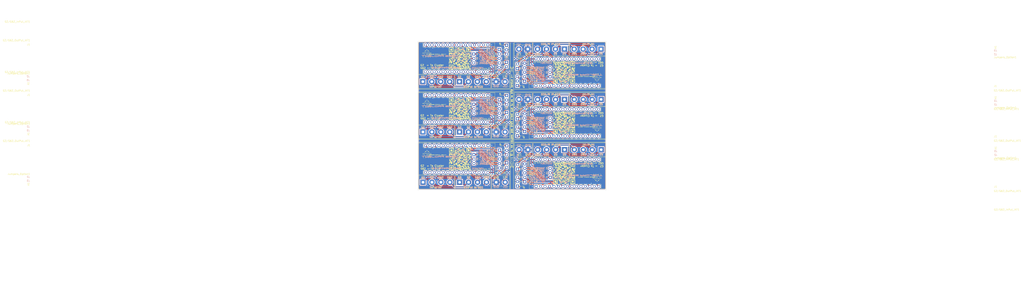
<source format=kicad_pcb>
(kicad_pcb (version 20211014) (generator pcbnew)
  (title_block (title "012-Amesis-ColdStartE85") (date "2022-09-29") (rev "v0.01_Golf 1.6L 16v ") (company "AP"))
  (layers (0 "F.Cu" signal) (31 "B.Cu" signal) (34 "B.Paste" user) (35 "F.Paste" user) (36 "B.SilkS" user "B.Silkscreen") (37 "F.SilkS" user "F.Silkscreen") (38 "B.Mask" user) (39 "F.Mask" user) (44 "Edge.Cuts" user))
  (net 0 "")
  (net 7 "GND")
  (net 9 "Net-(A1-Pad5)")
  (net 11 "Net-(A1-Pad6)")
  (net 13 "Net-(A1-Pad7)")
  (net 24 "Net-(A1-Pad30)")
  (net 26 "Net-(A1-Pad26)")
  (net 27 "Net-(A1-Pad27)")
  (net 28 "Net-(A1-Pad13)")
  (net 29 "Net-(A1-Pad15)")
  (net 30 "Net-(G2/G62_InPut_IAT1-Pad2)")
  (net 31 "Net-(G2/G62_InPut_IAT1-Pad3)")
  (net 32 "Net-(G2/G62_InPut_IAT1-Pad1)")
  (net 33 "Net-(G2/G62_InPut_IAT1-Pad4)")
  (net 34 "Net-(G2/G62_OutPut_IAT1-Pad3)")
  (footprint "AP_Amesis Logo:15x15 KiCad QR Code La Boutique Amesis Project" (layer "F.Cu") (at 141.986 54.0004)
    (fp_text reference " ")
    (fp_text value "LOGO" hide)
  )
  (footprint "Resistor_THT:R_Axial_DIN0204_L3.6mm_D1.6mm_P5.08mm_Horizontal" (layer "F.Cu") (at 178.89304 111.4044 180)
    (fp_text reference "R1")
    (fp_text value "R10K")
  )
  (footprint "Connector_PinHeader_2.54mm:PinHeader_1x02_P2.54mm_Vertical" (layer "F.Cu") (at 174.67664 117.094 180)
    (fp_text reference "TH1")
    (fp_text value "Thermistor")
  )
  (footprint "AP_Amesis Logo:15x15 KiCad QR Code La Boutique Amesis Project" (layer "F.Cu") (at 201.14344 119.5324 180)
    (fp_text reference " ")
    (fp_text value "LOGO" hide)
  )
  (footprint "AP_Amesis Logo:AmesisProject Logo 15mm" (layer "F.Cu") (at 215.873686 121.207096 180)
    (fp_text reference " ")
    (fp_text value "LOGO" hide)
  )
  (footprint "TerminalBlock:TerminalBlock_bornier-2_P5.08mm" (layer "F.Cu") (at 180.618486 106.068696 180)
    (fp_text reference "J1")
    (fp_text value "Screw_Terminal_01x02")
  )
  (footprint "Module:Arduino_Nano" (layer "F.Cu") (at 157.888154 46.646104 -90)
    (fp_text reference "A1")
    (fp_text value "Arduino_Nano_v3.x")
  )
  (footprint "TerminalBlock:TerminalBlock_bornier-4_P5.08mm" (layer "F.Cu") (at 201.395686 106.068696 180)
    (fp_text reference "G2/G62_OutPut_IAT1")
    (fp_text value "Conn_01x04_Male")
  )
  (footprint "Connector_PinHeader_2.54mm:PinHeader_1x02_P2.54mm_Vertical" (layer "F.Cu") (at 168.552646 113.521296)
    (fp_text reference "TH1")
    (fp_text value "Thermistor")
  )
  (footprint "TerminalBlock:TerminalBlock_bornier-4_P5.08mm" (layer "F.Cu") (at 121.0564 124.5466)
    (fp_text reference "G2/G62_InPut_IAT1")
    (fp_text value "Conn_01x04_Male")
  )
  (footprint "Resistor_THT:R_Axial_DIN0204_L3.6mm_D1.6mm_P5.08mm_Horizontal" (layer "F.Cu") (at 164.285446 90.661296)
    (fp_text reference "R1")
    (fp_text value "R10K")
  )
  (footprint "Resistor_THT:R_Axial_DIN0204_L3.6mm_D1.6mm_P5.08mm_Horizontal" (layer "F.Cu") (at 178.793194 54.321904 180)
    (fp_text reference "R1")
    (fp_text value "R10K")
  )
  (footprint "TerminalBlock:TerminalBlock_bornier-2_P5.08mm" (layer "F.Cu") (at 162.510954 67.464104)
    (fp_text reference "J1")
    (fp_text value "Screw_Terminal_01x02")
  )
  (footprint "TerminalBlock:TerminalBlock_bornier-2_P5.08mm" (layer "F.Cu") (at 162.56 95.997)
    (fp_text reference "J1")
    (fp_text value "Screw_Terminal_01x02")
  )
  (footprint "TerminalBlock:TerminalBlock_bornier-4_P5.08mm" (layer "F.Cu") (at 222.12384 77.5358 180)
    (fp_text reference "G2/G62_InPut_IAT1")
    (fp_text value "Conn_01x04_Male")
  )
  (footprint "Connector_PinHeader_2.54mm:PinHeader_1x02_P2.54mm_Vertical" (layer "F.Cu") (at 174.576794 60.011504 180)
    (fp_text reference "TH1")
    (fp_text value "Thermistor")
  )
  (footprint "AP_Amesis Logo:AmesisProject Logo 15mm" (layer "F.Cu") (at 215.82464 92.6742 180)
    (fp_text reference " ")
    (fp_text value "LOGO" hide)
  )
  (footprint "TerminalBlock:TerminalBlock_bornier-4_P5.08mm" (layer "F.Cu") (at 141.7828 95.997)
    (fp_text reference "G2/G62_OutPut_IAT1")
    (fp_text value "Conn_01x04_Male")
  )
  (footprint "Connector_PinHeader_2.54mm:PinHeader_1x03_P2.54mm_Vertical" (layer "F.Cu") (at 168.454554 46.803504)
    (fp_text reference "Jumpers_Option1")
    (fp_text value "Conn_01x03_Male")
  )
  (footprint "AP_Amesis Logo:AmesisProject Logo 15mm" (layer "F.Cu") (at 127.3048 80.8586)
    (fp_text reference " ")
    (fp_text value "LOGO" hide)
  )
  (footprint "AP_Amesis Logo:AmesisProject Logo 15mm" (layer "F.Cu") (at 215.77384 64.1246 180)
    (fp_text reference " ")
    (fp_text value "LOGO" hide)
  )
  (footprint "AP_Amesis Logo:15x15 KiCad QR Code La Boutique Amesis Project" (layer "F.Cu") (at 201.094394 90.999504 180)
    (fp_text reference " ")
    (fp_text value "LOGO" hide)
  )
  (footprint "Resistor_THT:R_Axial_DIN0204_L3.6mm_D1.6mm_P5.08mm_Horizontal" (layer "F.Cu") (at 178.843994 82.871504 180)
    (fp_text reference "R1")
    (fp_text value "R10K")
  )
  (footprint "AP_Amesis Logo:AmesisProject Logo 15mm" (layer "F.Cu") (at 127.3556 109.4082)
    (fp_text reference " ")
    (fp_text value "LOGO" hide)
  )
  (footprint "TerminalBlock:TerminalBlock_bornier-4_P5.08mm" (layer "F.Cu") (at 141.733754 67.464104)
    (fp_text reference "G2/G62_OutPut_IAT1")
    (fp_text value "Conn_01x04_Male")
  )
  (footprint "AP_Amesis Logo:AmesisProject Logo 15mm" (layer "F.Cu") (at 127.255754 52.325704)
    (fp_text reference " ")
    (fp_text value "LOGO" hide)
  )
  (footprint "Connector_PinHeader_2.54mm:PinHeader_1x03_P2.54mm_Vertical" (layer "F.Cu") (at 174.57504 69.6468 180)
    (fp_text reference "Jumpers_Option1")
    (fp_text value "Conn_01x03_Male")
  )
  (footprint "Resistor_THT:R_Axial_DIN0204_L3.6mm_D1.6mm_P5.08mm_Horizontal" (layer "F.Cu") (at 164.336246 119.210896)
    (fp_text reference "R1")
    (fp_text value "R10K")
  )
  (footprint "Module:Arduino_Nano" (layer "F.Cu") (at 185.14144 69.8042 90)
    (fp_text reference "A1")
    (fp_text value "Arduino_Nano_v3.x")
  )
  (footprint "Connector_PinHeader_2.54mm:PinHeader_1x03_P2.54mm_Vertical" (layer "F.Cu") (at 174.674886 126.729296 180)
    (fp_text reference "Jumpers_Option1")
    (fp_text value "Conn_01x03_Male")
  )
  (footprint "TerminalBlock:TerminalBlock_bornier-2_P5.08mm" (layer "F.Cu") (at 180.56944 77.5358 180)
    (fp_text reference "J1")
    (fp_text value "Screw_Terminal_01x02")
  )
  (footprint "Module:Arduino_Nano" (layer "F.Cu") (at 157.988 103.7286 -90)
    (fp_text reference "A1")
    (fp_text value "Arduino_Nano_v3.x")
  )
  (footprint "Module:Arduino_Nano" (layer "F.Cu") (at 157.9372 75.179 -90)
    (fp_text reference "A1")
    (fp_text value "Arduino_Nano_v3.x")
  )
  (footprint "Connector_PinHeader_2.54mm:PinHeader_1x03_P2.54mm_Vertical" (layer "F.Cu") (at 168.5544 103.886)
    (fp_text reference "Jumpers_Option1")
    (fp_text value "Conn_01x03_Male")
  )
  (footprint "Connector_PinHeader_2.54mm:PinHeader_1x02_P2.54mm_Vertical" (layer "F.Cu") (at 168.501846 84.971696)
    (fp_text reference "TH1")
    (fp_text value "Thermistor")
  )
  (footprint "Resistor_THT:R_Axial_DIN0204_L3.6mm_D1.6mm_P5.08mm_Horizontal" (layer "F.Cu") (at 164.2364 62.1284)
    (fp_text reference "R1")
    (fp_text value "R10K")
  )
  (footprint "Connector_PinHeader_2.54mm:PinHeader_1x03_P2.54mm_Vertical" (layer "F.Cu") (at 174.62584 98.1964 180)
    (fp_text reference "Jumpers_Option1")
    (fp_text value "Conn_01x03_Male")
  )
  (footprint "AP_Amesis Logo:15x15 KiCad QR Code La Boutique Amesis Project" (layer "F.Cu") (at 201.043594 62.449904 180)
    (fp_text reference " ")
    (fp_text value "LOGO" hide)
  )
  (footprint "Module:Arduino_Nano" (layer "F.Cu") (at 185.19224 98.3538 90)
    (fp_text reference "A1")
    (fp_text value "Arduino_Nano_v3.x")
  )
  (footprint "TerminalBlock:TerminalBlock_bornier-4_P5.08mm" (layer "F.Cu") (at 222.07304 48.9862 180)
    (fp_text reference "G2/G62_InPut_IAT1")
    (fp_text value "Conn_01x04_Male")
  )
  (footprint "Connector_PinHeader_2.54mm:PinHeader_1x03_P2.54mm_Vertical" (layer "F.Cu") (at 168.5036 75.3364)
    (fp_text reference "Jumpers_Option1")
    (fp_text value "Conn_01x03_Male")
  )
  (footprint "Connector_PinHeader_2.54mm:PinHeader_1x02_P2.54mm_Vertical" (layer "F.Cu") (at 174.627594 88.561104 180)
    (fp_text reference "TH1")
    (fp_text value "Thermistor")
  )
  (footprint "TerminalBlock:TerminalBlock_bornier-4_P5.08mm" (layer "F.Cu") (at 222.172886 106.068696 180)
    (fp_text reference "G2/G62_InPut_IAT1")
    (fp_text value "Conn_01x04_Male")
  )
  (footprint "AP_Amesis Logo:15x15 KiCad QR Code La Boutique Amesis Project" (layer "F.Cu") (at 142.035046 82.533296)
    (fp_text reference " ")
    (fp_text value "LOGO" hide)
  )
  (footprint "AP_Amesis Logo:15x15 KiCad QR Code La Boutique Amesis Project" (layer "F.Cu") (at 142.085846 111.082896)
    (fp_text reference " ")
    (fp_text value "LOGO" hide)
  )
  (footprint "TerminalBlock:TerminalBlock_bornier-4_P5.08mm" (layer "F.Cu") (at 201.29584 48.9862 180)
    (fp_text reference "G2/G62_OutPut_IAT1")
    (fp_text value "Conn_01x04_Male")
  )
  (footprint "Connector_PinHeader_2.54mm:PinHeader_1x02_P2.54mm_Vertical" (layer "F.Cu") (at 168.4528 56.4388)
    (fp_text reference "TH1")
    (fp_text value "Thermistor")
  )
  (footprint "TerminalBlock:TerminalBlock_bornier-4_P5.08mm" (layer "F.Cu") (at 201.34664 77.5358 180)
    (fp_text reference "G2/G62_OutPut_IAT1")
    (fp_text value "Conn_01x04_Male")
  )
  (footprint "TerminalBlock:TerminalBlock_bornier-2_P5.08mm" (layer "F.Cu") (at 162.6108 124.5466)
    (fp_text reference "J1")
    (fp_text value "Screw_Terminal_01x02")
  )
  (footprint "TerminalBlock:TerminalBlock_bornier-2_P5.08mm" (layer "F.Cu") (at 180.51864 48.9862 180)
    (fp_text reference "J1")
    (fp_text value "Screw_Terminal_01x02")
  )
  (footprint "Module:Arduino_Nano" (layer "F.Cu") (at 185.241286 126.886696 90)
    (fp_text reference "A1")
    (fp_text value "Arduino_Nano_v3.x")
  )
  (footprint "TerminalBlock:TerminalBlock_bornier-4_P5.08mm" (layer "F.Cu") (at 141.8336 124.5466)
    (fp_text reference "G2/G62_OutPut_IAT1")
    (fp_text value "Conn_01x04_Male")
  )
  (footprint "TerminalBlock:TerminalBlock_bornier-4_P5.08mm" (layer "F.Cu") (at 121.0056 95.997)
    (fp_text reference "G2/G62_InPut_IAT1")
    (fp_text value "Conn_01x04_Male")
  )
  (footprint "TerminalBlock:TerminalBlock_bornier-4_P5.08mm" (layer "F.Cu") (at 120.956554 67.464104)
    (fp_text reference "G2/G62_InPut_IAT1")
    (fp_text value "Conn_01x04_Male")
  )
  (footprint "Connector_PinSocket_2.54mm:PinSocket_1x03_P2.54mm_Vertical" (layer "B.Cu") (at 149.9616 108.8494 180)
    (fp_text reference "J3")
    (fp_text value "Conn_01x03_Female")
  )
  (footprint "AP_Amesis Logo:AmesisProject Logo 30mm" (layer "B.Cu") (at 133.8072 109.6114 180)
    (fp_text reference " ")
    (fp_text value "LOGO" hide)
  )
  (footprint "AP_Amesis Logo:10x10 KiCad QR Code La Boutique Amesis Project" (layer "B.Cu") (at 185.95307 63.177469)
    (fp_text reference " ")
    (fp_text value "LOGO" hide)
  )
  (footprint "Connector_PinSocket_2.54mm:PinSocket_1x03_P2.54mm_Vertical" (layer "B.Cu") (at 193.21864 93.233)
    (fp_text reference "J3")
    (fp_text value "Conn_01x03_Female")
  )
  (footprint "Connector_PinSocket_2.54mm:PinSocket_1x05_P2.54mm_Vertical" (layer "B.Cu") (at 178.789686 124.305896)
    (fp_text reference "J2")
    (fp_text value "Conn_01x05_Female")
  )
  (footprint "AP_Amesis Logo:AmesisProject Logo 30mm" (layer "B.Cu") (at 209.37304 92.471)
    (fp_text reference " ")
    (fp_text value "LOGO" hide)
  )
  (footprint "AP_Amesis Logo:AmesisProject Logo 30mm" (layer "B.Cu") (at 133.7564 81.0618 180)
    (fp_text reference " ")
    (fp_text value "LOGO" hide)
  )
  (footprint "Connector_PinSocket_2.54mm:PinSocket_1x03_P2.54mm_Vertical" (layer "B.Cu") (at 149.9108 80.2998 180)
    (fp_text reference "J3")
    (fp_text value "Conn_01x03_Female")
  )
  (footprint "Connector_PinSocket_2.54mm:PinSocket_1x03_P2.54mm_Vertical" (layer "B.Cu") (at 193.16784 64.6834)
    (fp_text reference "J3")
    (fp_text value "Conn_01x03_Female")
  )
  (footprint "Connector_PinSocket_2.54mm:PinSocket_1x03_P2.54mm_Vertical" (layer "B.Cu") (at 193.267686 121.765896)
    (fp_text reference "J3")
    (fp_text value "Conn_01x03_Female")
  )
  (footprint "AP_Amesis Logo:AmesisProject Logo 30mm" (layer "B.Cu") (at 209.32224 63.9214)
    (fp_text reference " ")
    (fp_text value "LOGO" hide)
  )
  (footprint "AP_Amesis Logo:10x10 KiCad QR Code La Boutique Amesis Project" (layer "B.Cu") (at 186.052916 120.259965)
    (fp_text reference " ")
    (fp_text value "LOGO" hide)
  )
  (footprint "Connector_PinSocket_2.54mm:PinSocket_1x05_P2.54mm_Vertical" (layer "B.Cu") (at 164.3888 77.7598 180)
    (fp_text reference "J2")
    (fp_text value "Conn_01x05_Female")
  )
  (footprint "AP_Amesis Logo:10x10 KiCad QR Code La Boutique Amesis Project" (layer "B.Cu") (at 157.17637 110.355331 180)
    (fp_text reference " ")
    (fp_text value "LOGO" hide)
  )
  (footprint "AP_Amesis Logo:10x10 KiCad QR Code La Boutique Amesis Project" (layer "B.Cu") (at 186.00387 91.727069)
    (fp_text reference " ")
    (fp_text value "LOGO" hide)
  )
  (footprint "Connector_PinSocket_2.54mm:PinSocket_1x05_P2.54mm_Vertical" (layer "B.Cu") (at 164.339754 49.226904 180)
    (fp_text reference "J2")
    (fp_text value "Conn_01x05_Female")
  )
  (footprint "AP_Amesis Logo:10x10 KiCad QR Code La Boutique Amesis Project" (layer "B.Cu") (at 157.12557 81.805731 180)
    (fp_text reference " ")
    (fp_text value "LOGO" hide)
  )
  (footprint "Connector_PinSocket_2.54mm:PinSocket_1x05_P2.54mm_Vertical" (layer "B.Cu") (at 178.68984 67.2234)
    (fp_text reference "J2")
    (fp_text value "Conn_01x05_Female")
  )
  (footprint "AP_Amesis Logo:AmesisProject Logo 30mm" (layer "B.Cu") (at 133.707354 52.528904 180)
    (fp_text reference " ")
    (fp_text value "LOGO" hide)
  )
  (footprint "Connector_PinSocket_2.54mm:PinSocket_1x03_P2.54mm_Vertical" (layer "B.Cu") (at 149.861754 51.766904 180)
    (fp_text reference "J3")
    (fp_text value "Conn_01x03_Female")
  )
  (footprint "AP_Amesis Logo:10x10 KiCad QR Code La Boutique Amesis Project" (layer "B.Cu") (at 157.076524 53.272835 180)
    (fp_text reference " ")
    (fp_text value "LOGO" hide)
  )
  (footprint "AP_Amesis Logo:AmesisProject Logo 30mm" (layer "B.Cu") (at 209.422086 121.003896)
    (fp_text reference " ")
    (fp_text value "LOGO" hide)
  )
  (footprint "Connector_PinSocket_2.54mm:PinSocket_1x05_P2.54mm_Vertical" (layer "B.Cu") (at 164.4396 106.3094 180)
    (fp_text reference "J2")
    (fp_text value "Conn_01x05_Female")
  )
  (footprint "Connector_PinSocket_2.54mm:PinSocket_1x05_P2.54mm_Vertical" (layer "B.Cu") (at 178.74064 95.773)
    (fp_text reference "J2")
    (fp_text value "Conn_01x05_Female")
  )
  (gr_rect (start 148.032954 47.702904) (end 165.965354 60.860104) (layer "B.SilkS") (width 0.1) (fill none))
  (gr_line (start 204.03904 52.593) (end 204.03904 45.3794) (layer "B.SilkS") (width 0.2))
  (gr_rect (start 148.1328 104.7854) (end 166.0652 117.9426) (layer "B.SilkS") (width 0.1) (fill none))
  (gr_line (start 183.31264 52.5422) (end 183.31264 45.3286) (layer "B.SilkS") (width 0.2))
  (gr_rect (start 195.096486 125.829896) (end 177.164086 112.672696) (layer "B.SilkS") (width 0.1) (fill none))
  (gr_line (start 159.766 92.441) (end 159.766 99.6546) (layer "B.SilkS") (width 0.2))
  (gr_line (start 204.08984 81.1426) (end 204.08984 73.929) (layer "B.SilkS") (width 0.2))
  (gr_line (start 159.716954 63.908104) (end 159.716954 71.121704) (layer "B.SilkS") (width 0.2))
  (gr_line (start 173.40664 89.8802) (end 175.74344 89.8802) (layer "B.SilkS") (width 0.2))
  (gr_line (start 159.8168 120.9906) (end 159.8168 128.2042) (layer "B.SilkS") (width 0.2))
  (gr_line (start 204.138886 109.675496) (end 204.138886 102.461896) (layer "B.SilkS") (width 0.2))
  (gr_line (start 173.455686 118.413096) (end 175.792486 118.413096) (layer "B.SilkS") (width 0.2))
  (gr_line (start 139.0904 120.9398) (end 139.0904 128.1534) (layer "B.SilkS") (width 0.2))
  (gr_line (start 169.673754 55.119704) (end 167.336954 55.119704) (layer "B.SilkS") (width 0.2))
  (gr_line (start 173.35584 61.3306) (end 175.69264 61.3306) (layer "B.SilkS") (width 0.2))
  (gr_rect (start 194.99664 68.7474) (end 177.06424 55.5902) (layer "B.SilkS") (width 0.1) (fill none))
  (gr_line (start 138.990554 63.857304) (end 138.990554 71.070904) (layer "B.SilkS") (width 0.2))
  (gr_rect (start 148.082 76.2358) (end 166.0144 89.393) (layer "B.SilkS") (width 0.1) (fill none))
  (gr_rect (start 195.04744 97.297) (end 177.11504 84.1398) (layer "B.SilkS") (width 0.1) (fill none))
  (gr_line (start 169.7736 112.2022) (end 167.4368 112.2022) (layer "B.SilkS") (width 0.2))
  (gr_line (start 183.412486 109.624696) (end 183.412486 102.411096) (layer "B.SilkS") (width 0.2))
  (gr_line (start 183.36344 81.0918) (end 183.36344 73.8782) (layer "B.SilkS") (width 0.2))
  (gr_line (start 139.0396 92.3902) (end 139.0396 99.6038) (layer "B.SilkS") (width 0.2))
  (gr_line (start 169.7228 83.6526) (end 167.386 83.6526) (layer "B.SilkS") (width 0.2))
  (gr_line (start 172.947686 73.3044) (end 224.560486 73.3044) (layer "F.SilkS") (width 0.2))
  (gr_line (start 224.560486 100.2284) (end 172.947686 100.2284) (layer "F.SilkS") (width 0.2))
  (gr_line (start 172.06031 62.025333) (end 170.951715 59.059246) (layer "F.SilkS") (width 0.2))
  (gr_arc (start 172.06031 59.078933) (mid 172.307625 59.635226) (end 171.75551 59.891733) (layer "F.SilkS") (width 0.2))
  (gr_line (start 172.466 45.466) (end 172.466 109.1946) (layer "F.SilkS") (width 0.2))
  (gr_line (start 172.998486 101.854) (end 224.611286 101.854) (layer "F.SilkS") (width 0.2))
  (gr_line (start 170.18 73.3044) (end 118.618 73.3044) (layer "F.SilkS") (width 0.2))
  (gr_arc (start 171.27291 59.891733) (mid 170.688 59.6392) (end 170.951715 59.059246) (layer "F.SilkS") (width 0.2))
  (gr_line (start 170.2308 101.854) (end 118.6688 101.854) (layer "F.SilkS") (width 0.2))
  (gr_line (start 170.5356 45.4152) (end 170.5356 97.028) (layer "F.SilkS") (width 0.2))
  (gr_line (start 170.946503 113.324957) (end 172.055098 116.291044) (layer "F.SilkS") (width 0.2))
  (gr_line (start 172.064103 113.324957) (end 170.946503 116.271357) (layer "F.SilkS") (width 0.2))
  (gr_arc (start 171.733903 115.458557) (mid 172.318813 115.71109) (end 172.055098 116.291044) (layer "F.SilkS") (width 0.2))
  (gr_line (start 170.1292 71.6788) (end 118.5164 71.6788) (layer "F.SilkS") (width 0.2))
  (gr_line (start 172.896886 71.6788) (end 224.458886 71.6788) (layer "F.SilkS") (width 0.2))
  (gr_line (start 170.94271 62.025333) (end 172.06031 59.078933) (layer "F.SilkS") (width 0.2))
  (gr_arc (start 170.946503 116.271357) (mid 170.699187 115.715064) (end 171.251303 115.458557) (layer "F.SilkS") (width 0.2))
  (gr_line (start 172.466 76.6572) (end 172.466 128.3716) (layer "F.SilkS") (width 0.2))
  (gr_line (start 170.5356 76.708) (end 170.5356 128.3208) (layer "F.SilkS") (width 0.2))
  (gr_line (start 170.18 100.2284) (end 118.5672 100.2284) (layer "F.SilkS") (width 0.2))
  (gr_rect (start 224.9932 44.577) (end 118.1608 128.9558) (layer "Edge.Cuts") (width 0.1) (fill none))
  (gr_text "G2" (at 221.00624 80.2282 180) (layer "B.SilkS") (effects (font (size 1 1) (thickness 0.2)) (justify left mirror)))
  (gr_text "12v" (at 167.7416 98.6894) (layer "B.SilkS") (effects (font (size 1 1) (thickness 0.2)) (justify mirror)))
  (gr_text "G2" (at 127.103354 64.771704) (layer "B.SilkS") (effects (font (size 1 1) (thickness 0.2)) (justify left mirror)))
  (gr_text "VW" (at 151.893754 54.256104 -90) (layer "B.SilkS") (effects (font (size 0.8 0.8) (thickness 0.1)) (justify mirror)))
  (gr_text "VL" (at 151.8412 80.4014 -90) (layer "B.SilkS") (effects (font (size 0.8 0.8) (thickness 0.1)) (justify mirror)))
  (gr_text "2" (at 176.452886 124.204296 90) (layer "B.SilkS") (effects (font (size 0.8 0.8) (thickness 0.1)) (justify mirror)))
  (gr_text "G2" (at 148.0312 121.8034) (layer "B.SilkS") (effects (font (size 1 1) (thickness 0.2)) (justify left mirror)))
  (gr_text "IAT" (at 176.402086 114.603096 90) (layer "B.SilkS") (effects (font (size 0.8 0.8) (thickness 0.1)) (justify mirror)))
  (gr_text "G62" (at 205.510486 108.761096 180) (layer "B.SilkS") (effects (font (size 1 1) (thickness 0.2)) (justify left mirror)))
  (gr_text "G62" (at 189.51024 51.7802 180) (layer "B.SilkS") (effects (font (size 1 1) (thickness 0.2)) (justify left mirror)))
  (gr_text "U/D" (at 180.82344 88.153 90) (layer "B.SilkS") (effects (font (size 0.8 0.8) (thickness 0.1)) (justify mirror)))
  (gr_text "G62" (at 205.41064 51.6786 180) (layer "B.SilkS") (effects (font (size 1 1) (thickness 0.2)) (justify left mirror)))
  (gr_text "GND" (at 162.6108 127.1882) (layer "B.SilkS") (effects (font (size 1 1) (thickness 0.2)) (justify mirror)))
  (gr_text "G62" (at 132.6388 93.3554) (layer "B.SilkS") (effects (font (size 1 1) (thickness 0.2)) (justify left mirror)))
  (gr_text "G62" (at 205.46144 80.2282 180) (layer "B.SilkS") (effects (font (size 1 1) (thickness 0.2)) (justify left mirror)))
  (gr_text "G62" (at 137.668 93.3046) (layer "B.SilkS") (effects (font (size 1 1) (thickness 0.2)) (justify left mirror)))
  (gr_text "1" (at 166.676554 46.686904 -90) (layer "B.SilkS") (effects (font (size 0.8 0.8) (thickness 0.1)) (justify mirror)))
  (gr_text "X9C103S" (at 191.03424 56.7078 180) (layer "B.SilkS") (effects (font (size 1 1) (thickness 0.2)) (justify mirror)))
  (gr_text "GND" (at 180.77264 56.8094 90) (layer "B.SilkS") (effects (font (size 0.8 0.8) (thickness 0.1)) (justify mirror)))
  (gr_text "IAT" (at 168.4528 92.5426 -90) (layer "B.SilkS") (effects (font (size 1 1) (thickness 0.2)) (justify mirror)))
  (gr_text "CS" (at 180.82344 93.3854 90) (layer "B.SilkS") (effects (font (size 0.8 0.8) (thickness 0.1)) (justify mirror)))
  (gr_text "JP" (at 174.72744 91.0994 90) (layer "B.SilkS") (effects (font (size 1 1) (thickness 0.2)) (justify mirror)))
  (gr_text "OutPut to ECU" (at 155.194 98.8926) (layer "B.SilkS") (effects (font (size 1 1) (thickness 0.2)) (justify left mirror)))
  (gr_text "12v" (at 175.38784 74.8434 180) (layer "B.SilkS") (effects (font (size 1 1) (thickness 0.2)) (justify mirror)))
  (gr_text "5V" (at 166.8272 113.523 -90) (layer "B.SilkS") (effects (font (size 0.8 0.8) (thickness 0.1)) (justify mirror)))
  (gr_text "IAT" (at 174.67664 80.9902 90) (layer "B.SilkS") (effects (font (size 1 1) (thickness 0.2)) (justify mirror)))
  (gr_text "5v" (at 162.3568 106.411 -90) (layer "B.SilkS") (effects (font (size 0.8 0.8) (thickness 0.1)) (justify mirror)))
  (gr_text "G2" (at 200.12744 51.7294 180) (layer "B.SilkS") (effects (font (size 1 1) (thickness 0.2)) (justify left mirror)))
  (gr_text "OutPut to ECU" (at 155.2448 127.4422) (layer "B.SilkS") (effects (font (size 1 1) (thickness 0.2)) (justify left mirror)))
  (gr_text "Amesis_ColdStartE85_v0.01 " (at 142.343354 59.488504) (layer "B.SilkS") (effects (font (size 0.8 0.8) (thickness 0.2)) (justify left mirror)))
  (gr_text "5V" (at 166.7764 84.9734 -90) (layer "B.SilkS") (effects (font (size 0.8 0.8) (thickness 0.1)) (justify mirror)))
  (gr_text "Gnd" (at 166.8272 90.1042 -90) (layer "B.SilkS") (effects (font (size 0.8 0.8) (thickness 0.1)) (justify mirror)))
  (gr_text "IAT" (at 166.7764 87.4626 -90) (layer "B.SilkS") (effects (font (size 0.8 0.8) (thickness 0.1)) (justify mirror)))
  (gr_text "U/D" (at 162.3568 113.9294 -90) (layer "B.SilkS") (effects (font (size 0.8 0.8) (thickness 0.1)) (justify mirror)))
  (gr_text "2" (at 176.35304 67.1218 90) (layer "B.SilkS") (effects (font (size 0.8 0.8) (thickness 0.1)) (justify mirror)))
  (gr_text "VH" (at 191.235686 116.584296 90) (layer "B.SilkS") (effects (font (size 0.8 0.8) (thickness 0.1)) (justify mirror)))
  (gr_text "G62" (at 210.49064 80.1774 180) (layer "B.SilkS") (effects (font (size 1 1) (thickness 0.2)) (justify left mirror)))
  (gr_text "G62" (at 158.5976 93.1522) (layer "B.SilkS") (effects (font (size 1 1) (thickness 0.2)) (justify left mirror)))
  (gr_text "G2" (at 195.09824 51.7294 180) (layer "B.SilkS") (effects (font (size 1 1) (thickness 0.2)) (justify left mirror)))
  (gr_text "G2" (at 122.174 121.8542) (layer "B.SilkS") (effects (font (size 1 1) (thickness 0.2)) (justify left mirror)))
  (gr_text "VW" (at 151.9428 82.789 -90) (layer "B.SilkS") (effects (font (size 0.8 0.8) (thickness 0.1)) (justify mirror)))
  (gr_text "X9C103S" (at 151.995354 59.742504) (layer "B.SilkS") (effects (font (size 1 1) (thickness 0.2)) (justify mirror)))
  (gr_text "VW" (at 191.235686 119.276696 90) (layer "B.SilkS") (effects (font (size 0.8 0.8) (thickness 0.1)) (justify mirror)))
  (gr_text "G2" (at 215.97704 80.2282 180) (layer "B.SilkS") (effects (font (size 1 1) (thickness 0.2)) (justify left mirror)))
  (gr_text "G2" (at 147.931354 64.720904) (layer "B.SilkS") (effects (font (size 1 1) (thickness 0.2)) (justify left mirror)))
  (gr_text "VW" (at 151.9936 111.3386 -90) (layer "B.SilkS") (effects (font (size 0.8 0.8) (thickness 0.1)) (justify mirror)))
  (gr_text "X9C103S" (at 191.08504 85.2574 180) (layer "B.SilkS") (effects (font (size 1 1) (thickness 0.2)) (justify mirror)))
  (gr_text "G2" (at 200.227286 108.811896 180) (layer "B.SilkS") (effects (font (size 1 1) (thickness 0.2)) (justify left mirror)))
  (gr_text "U/D" (at 162.256954 56.846904 -90) (layer "B.SilkS") (effects (font (size 0.8 0.8) (thickness 0.1)) (justify mirror)))
  (gr_text "X9C103S" (at 191.134086 113.790296 180) (layer "B.SilkS") (effects (font (size 1 1) (thickness 0.2)) (justify mirror)))
  (gr_text "G62" (at 153.5684 93.203) (layer "B.SilkS") (effects (font (size 1 1) (thickness 0.2)) (justify left mirror)))
  (gr_text "3" (at 166.7256 80.503 -90) (layer "B.SilkS") (effects (font (size 0.8 0.8) (thickness 0.1)) (justify mirror)))
  (gr_text "2" (at 166.7764 106.411 -90) (layer "B.SilkS") (effects (font (size 0.8 0.8) (thickness 0.1)) (justify mirror)))
  (gr_text "X9C103S" (at 152.0952 116.825) (layer "B.SilkS") (effects (font (size 1 1) (thickness 0.2)) (justify mirror)))
  (gr_text "G2" (at 221.055286 108.761096 180) (layer "B.SilkS") (effects (font (size 1 1) (thickness 0.2)) (justify left mirror)))
  (gr_text "INC" (at 180.77264 62.2958 90) (layer "B.SilkS") (effects (font (size 0.8 0.8) (thickness 0.1)) (justify mirror)))
  (gr_text "GND" (at 180.56944 74.8942 180) (layer "B.SilkS") (effects (font (size 1 1) (thickness 0.2)) (justify mirror)))
  (gr_text "G62" (at 137.7188 121.8542) (layer "B.SilkS") (effects (font (size 1 1) (thickness 0.2)) (justify left mirror)))
  (gr_text "U/D" (at 162.306 85.3798 -90) (layer "B.SilkS") (effects (font (size 0.8 0.8) (thickness 0.1)) (justify mirror)))
  (gr_text "U/D" (at 180.77264 59.6034 90) (layer "B.SilkS") (effects (font (size 0.8 0.8) (thickness 0.1)) (justify mirror)))
  (gr_text "Amesis_ColdStartE85_v0.01 " (at 142.4432 116.571) (layer "B.SilkS") (effects (font (size 0.8 0.8) (thickness 0.2)) (justify left mirror)))
  (gr_text "12v" (at 175.436886 103.376296 180) (layer "B.SilkS") (effects (font (size 1 1) (thickness 0.2)) (justify mirror)))
  (gr_text "JP" (at 168.402 82.4334 -90) (layer "B.SilkS") (effects (font (size 1 1) (thickness 0.2)) (justify mirror)))
  (gr_text "GND" (at 180.51864 46.3446 180) (layer "B.SilkS") (effects (font (size 1 1) (thickness 0.2)) (justify mirror)))
  (gr_text "VL" (at 151.792154 51.868504 -90) (layer "B.SilkS") (effects (font (size 0.8 0.8) (thickness 0.1)) (justify mirror)))
  (gr_text "InPut IAT" (at 211.65904 74.5894 180) (layer "B.SilkS") (effects (font (size 1 1) (thickness 0.2)) (justify left mirror)))
  (gr_text "VL" (at 191.23744 64.5818 90) (layer "B.SilkS") (effects (font (size 0.8 0.8) (thickness 0.1)) (justify mirror)))
  (gr_text "G2" (at 215.92624 51.6786 180) (layer "B.SilkS") (effects (font (size 1 1) (thickness 0.2)) (justify left mirror)))
  (gr_text "Amesis_ColdStartE85_v0.01 " (at 142.3924 88.0214) (layer "B.SilkS") (effects (font (size 0.8 0.8) (thickness 0.2)) (justify left mirror)))
  (gr_text "GND" (at 162.306 88.1738 -90) (layer "B.SilkS") (effects (font (size 0.8 0.8) (thickness 0.1)) (justify mirror)))
  (gr_text "GND" (at 162.510954 70.105704) (layer "B.SilkS") (effects (font (size 1 1) (thickness 0.2)) (justify mirror)))
  (gr_text "OutPut to ECU" (at 155.144954 70.359704) (layer "B.SilkS") (effects (font (size 1 1) (thickness 0.2)) (justify left mirror)))
  (gr_text "5v" (at 180.872486 124.204296 90) (layer "B.SilkS") (effects (font (size 0.8 0.8) (thickness 0.1)) (justify mirror)))
  (gr_text "VH" (at 151.9428 85.4814 -90) (layer "B.SilkS") (effects (font (size 0.8 0.8) (thickness 0.1)) (justify mirror)))
  (gr_text "VH" (at 151.893754 56.948504 -90) (layer "B.SilkS") (effects (font (size 0.8 0.8) (thickness 0.1)) (justify mirror)))
  (gr_text "G2" (at 195.14904 80.279 180) (layer "B.SilkS") (effects (font (size 1 1) (thickness 0.2)) (justify left mirror)))
  (gr_text "IAT" (at 168.5036 121.0922 -90) (layer "B.SilkS") (effects (font (size 1 1) (thickness 0.2)) (justify mirror)))
  (gr_text "VL" (at 151.892 108.951 -90) (layer "B.SilkS") (effects (font (size 0.8 0.8) (thickness 0.1)) (justify mirror)))
  (gr_text "3" (at 166.676554 51.970104 -90) (layer "B.SilkS") (effects (font (size 0.8 0.8) (thickness 0.1)) (justify mirror)))
  (gr_text "GND" (at 180.82344 85.359 90) (layer "B.SilkS") (effects (font (size 0.8 0.8) (thickness 0.1)) (justify mirror)))
  (gr_text "G62" (at 189.56104 80.3298 180) (layer "B.SilkS") (effects (font (size 1 1) (thickness 0.2)) (justify left mirror)))
  (gr_text "INC" (at 162.3568 111.237 -90) (layer "B.SilkS") (effects (font (size 0.8 0.8) (thickness 0.1)) (justify mirror)))
  (gr_text "Gnd" (at 176.30224 83.4286 90) (layer "B.SilkS") (effects (font (size 0.8 0.8) (thickness 0.1)) (justify mirror)))
  (gr_text "IAT" (at 176.35304 86.0702 90) (layer "B.SilkS") (effects (font (size 0.8 0.8) (thickness 0.1)) (justify mirror)))
  (gr_text "12v" (at 167.7924 127.239) (layer "B.SilkS") (effects (font (size 1 1) (thickness 0.2)) (justify mirror)))
  (gr_text "CS" (at 162.306 80.1474 -90) (layer "B.SilkS") (effects (font (size 0.8 0.8) (thickness 0.1)) (justify mirror)))
  (gr_text "VW" (at 191.18664 90.7438 90) (layer "B.SilkS") (effects (font (size 0.8 0.8) (thickness 0.1)) (justify mirror)))
  (gr_text "1" (at 166.7256 75.2198 -90) (layer "B.SilkS") (effects (font (size 0.8 0.8) (thickness 0.1)) (justify mirror)))
  (gr_text "VH" (at 151.9936 114.031 -90) (layer "B.SilkS") (effects (font (size 0.8 0.8) (thickness 0.1)) (justify mirror)))
  (gr_text "2" (at 166.676554 49.328504 -90) (layer "B.SilkS") (effects (font (size 0.8 0.8) (thickness 0.1)) (justify mirror)))
  (gr_text "G62" (at 184.580886 108.913496 180) (layer "B.SilkS") (effects (font (size 1 1) (thickness 0.2)) (justify left mirror)))
  (gr_text "G2" (at 142.902154 64.720904) (layer "B.SilkS") (effects (font (size 1 1) (thickness 0.2)) (justify left mirror)))
  (gr_text "IAT" (at 166.727354 58.929704 -90) (layer "B.SilkS") (effects (font (size 0.8 0.8) (thickness 0.1)) (justify mirror)))
  (gr_text "CS" (at 162.3568 108.697 -90) (layer "B.SilkS") (effects (font (size 0.8 0.8) (thickness 0.1)) (justify mirror)))
  (gr_text "3" (at 176.40384 93.0298 90) (layer "B.SilkS") (effects (font (size 0.8 0.8) (thickness 0.1)) (justify mirror)))
  (gr_text "G62" (at 137.618954 64.771704) (layer "B.SilkS") (effects (font (size 1 1) (thickness 0.2)) (justify left mirror)))
  (gr_text "OutPut to ECU" (at 187.984486 103.173096 180) (layer "B.SilkS") (effects (font (size 1 1) (thickness 0.2)) (justify left mirror)))
  (gr_text "G2" (at 142.9512 93.2538) (layer "B.SilkS") (effects (font (size 1 1) (thickness 0.2)) (justify left mirror)))
  (gr_text "G62" (at 158.548554 64.619304) (layer "B.SilkS") (effects (font (size 1 1) (thickness 0.2)) (justify left mirror)))
  (gr_text "JP" (at 174.67664 62.5498 90) (layer "B.SilkS") (effects (font (size 1 1) (thickness 0.2)) (justify mirror)))
  (gr_text "JP" (at 168.352954 53.900504 -90) (layer "B.SilkS") (effects (font (size 1 1) (thickness 0.2)) (justify mirror)))
  (gr_text "Amesis_ColdStartE85_v0.01 " (at 200.786086 114.044296 180) (layer "B.SilkS") (effects (font (size 0.8 0.8) (thickness 0.2)) (justify left mirror)))
  (gr_text "3" (at 176.452886 121.562696 90) (layer "B.SilkS") (effects (font (size 0.8 0.8) (thickness 0.1)) (justify mirror)))
  (gr_text "5V" (at 166.727354 56.440504 -90) (layer "B.SilkS") (effects (font (size 0.8 0.8) (thickness 0.1)) (justify mirror)))
  (gr_text "JP" (at 174.776486 119.632296 90) (layer "B.SilkS") (effects (font (size 1 1) (thickness 0.2)) (justify mirror)))
  (gr_text "G2" (at 122.1232 93.3046) (layer "B.SilkS") (effects (font (size 1 1) (thickness 0.2)) (justify left mirror)))
  (gr_text "OutPut to ECU" (at 187.93544 74.6402 180) (layer "B.SilkS") (effects (font (size 1 1) (thickness 0.2)) (justify left mirror)))
  (gr_text "GND" (at 180.872486 113.891896 90) (layer "B.SilkS") (effects (font (size 0.8 0.8) (thickness 0.1)) (justify mirror)))
  (gr_text "GND" (at 162.3568 116.7234 -90) (layer "B.SilkS") (effects (font (size 0.8 0.8) (thickness 0.1)) (justify mirror)))
  (gr_text "VL" (at 191.337286 121.664296 90) (layer "B.SilkS") (effects (font (size 0.8 0.8) (thickness 0.1)) (justify mirror)))
  (gr_text "3" (at 166.7764 109.0526 -90) (layer "B.SilkS") (effects (font (size 0.8 0.8) (thickness 0.1)) (justify mirror)))
  (gr_text "5v" (at 162.256954 49.328504 -90) (layer "B.SilkS") (effects (font (size 0.8 0.8) (thickness 0.1)) (justify mirror)))
  (gr_text "VH" (at 191.13584 59.5018 90) (layer "B.SilkS") (effects (font (size 0.8 0.8) (thickness 0.1)) (justify mirror)))
  (gr_text "G2" (at 216.026086 108.761096 180) (layer "B.SilkS") (effects (font (size 1 1) (thickness 0.2)) (justify left mirror)))
  (gr_text "12v" (at 167.692554 70.156504) (layer "B.SilkS") (effects (font (size 1 1) (thickness 0.2)) (justify mirror)))
  (gr_text "CS" (at 162.256954 51.614504 -90) (layer "B.SilkS") (effects (font (size 0.8 0.8) (thickness 0.1)) (justify mirror)))
  (gr_text "5V" (at 176.30224 60.0098 90) (layer "B.SilkS") (effects (font (size 0.8 0.8) (thickness 0.1)) (justify mirror)))
  (gr_text "Gnd" (at 166.778154 61.571304 -90) (layer "B.SilkS") (effects (font (size 0.8 0.8) (thickness 0.1)) (justify mirror)))
  (gr_text "G62" (at 153.519354 64.670104) (layer "B.SilkS") (effects (font (size 1 1) (thickness 0.2)) (justify left mirror)))
  (gr_text "G2" (at 127.1524 93.3046) (layer "B.SilkS") (effects (font (size 1 1) (thickness 0.2)) (justify left mirror)))
  (gr_text "12v" (at 175.33704 46.2938 180) (layer "B.SilkS") (effects (font (size 1 1) (thickness 0.2)) (justify mirror)))
  (gr_text "Gnd" (at 176.25144 54.879 90) (layer "B.SilkS") (effects (font (size 0.8 0.8) (thickness 0.1)) (justify mirror)))
  (gr_text "Amesis_ColdStartE85_v0.01 " (at 200.68624 56.9618 180) (layer "B.SilkS") (effects (font (size 0.8 0.8) (thickness 0.2)) (justify left mirror)))
  (gr_text "VW" (at 191.13584 62.1942 90) (layer "B.SilkS") (effects (font (size 0.8 0.8) (thickness 0.1)) (justify mirror)))
  (gr_text "2" (at 176.40384 95.6714 90) (layer "B.SilkS") (effects (font (size 0.8 0.8) (thickness 0.1)) (justify mirror)))
  (gr_text "G62" (at 189.610086 108.862696 180) (layer "B.SilkS") (effects (font (size 1 1) (thickness 0.2)) (justify left mirror)))
  (gr_text "2" (at 166.7256 77.8614 -90) (layer "B.SilkS") (effects (font (size 0.8 0.8) (thickness 0.1)) (justify mirror)))
  (gr_text "5v" (at 180.82344 95.6714 90) (layer "B.SilkS") (effects (font (size 0.8 0.8) (thickness 0.1)) (justify mirror)))
  (gr_text "5v" (at 162.306 77.8614 -90) (layer "B.SilkS") (effects (font (size 0.8 0.8) (thickness 0.1)) (justify mirror)))
  (gr_text "G2" (at 143.002 121.8034) (layer "B.SilkS") (effects (font (size 1 1) (thickness 0.2)) (justify left mirror)))
  (gr_text "U/D" (at 180.872486 116.685896 90) (layer "B.SilkS") (effects (font (size 0.8 0.8) (thickness 0.1)) (justify mirror)))
  (gr_text "InPut IAT" (at 131.4704 98.9434) (layer "B.SilkS") (effects (font (size 1 1) (thickness 0.2)) (justify left mirror)))
  (gr_text "G2" (at 147.9804 93.2538) (layer "B.SilkS") (effects (font (size 1 1) (thickness 0.2)) (justify left mirror)))
  (gr_text "GND" (at 162.56 98.6386) (layer "B.SilkS") (effects (font (size 1 1) (thickness 0.2)) (justify mirror)))
  (gr_text "G62" (at 158.6484 121.7018) (layer "B.SilkS") (effects (font (size 1 1) (thickness 0.2)) (justify left mirror)))
  (gr_text "Gnd" (at 176.351286 111.961496 90) (layer "B.SilkS") (effects (font (size 0.8 0.8) (thickness 0.1)) (justify mirror)))
  (gr_text "JP" (at 168.4528 110.983 -90) (layer "B.SilkS") (effects (font (size 1 1) (thickness 0.2)) (justify mirror)))
  (gr_text "G2" (at 195.198086 108.811896 180) (layer "B.SilkS") (effects (font (size 1 1) (thickness 0.2)) (justify left mirror)))
  (gr_text "1" (at 176.35304 69.7634 90) (layer "B.SilkS") (effects (font (size 0.8 0.8) (thickness 0.1)) (justify mirror)))
  (gr_text "1" (at 176.40384 98.313 90) (layer "B.SilkS") (effects (font (size 0.8 0.8) (thickness 0.1)) (justify mirror)))
  (gr_text "GND" (at 162.256954 59.640904 -90) (layer "B.SilkS") (effects (font (size 0.8 0.8) (thickness 0.1)) (justify mirror)))
  (gr_text "G2" (at 122.074154 64.771704) (layer "B.SilkS") (effects (font (size 1 1) (thickness 0.2)) (justify left mirror)))
  (gr_text "IAT" (at 166.8272 116.0122 -90) (layer "B.SilkS") (effects (font (size 0.8 0.8) (thickness 0.1)) (justify mirror)))
  (gr_text "VL" (at 191.28824 93.1314 90) (layer "B.SilkS") (effects (font (size 0.8 0.8) (thickness 0.1)) (justify mirror)))
  (gr_text "INC" (at 180.872486 119.378296 90) (layer "B.SilkS") (effects (font (size 0.8 0.8) (thickness 0.1)) (justify mirror)))
  (gr_text "G2" (at 200.17824 80.279 180) (layer "B.SilkS") (effects (font (size 1 1) (thickness 0.2)) (justify left mirror)))
  (gr_text "GND" (at 180.618486 103.427096 180) (layer "B.SilkS") (effects (font (size 1 1) (thickness 0.2)) (justify mirror)))
  (gr_text "InPut IAT" (at 211.60824 46.0398 180) (layer "B.SilkS") (effects (font (size 1 1) (thickness 0.2)) (justify left mirror)))
  (gr_text "InPut IAT" (at 211.708086 103.122296 180) (layer "B.SilkS") (effects (font (size 1 1) (thickness 0.2)) (justify left mirror)))
  (gr_text "InPut IAT" (at 131.5212 127.493) (layer "B.SilkS") (effects (font (size 1 1) (thickness 0.2)) (justify left mirror)))
  (gr_text "1" (at 176.452886 126.845896 90) (layer "B.SilkS") (effects (font (size 0.8 0.8) (thickness 0.1)) (justify mirror)))
  (gr_text "VH" (at 191.18664 88.0514 90) (layer "B.SilkS") (effects (font (size 0.8 0.8) (thickness 0.1)) (justify mirror)))
  (gr_text "InPut IAT" (at 131.421354 70.410504) (layer "B.SilkS") (effects (font (size 1 1) (thickness 0.2)) (justify left mirror)))
  (gr_text "INC" (at 162.256954 54.154504 -90) (layer "B.SilkS") (effects (font (size 0.8 0.8) (thickness 0.1)) (justify mirror)))
  (gr_text "5V" (at 176.35304 88.5594 90) (layer "B.SilkS") (effects (font (size 0.8 0.8) (thickness 0.1)) (justify mirror)))
  (gr_text "1" (at 166.7764 103.7694 -90) (layer "B.SilkS") (effects (font (size 0.8 0.8) (thickness 0.1)) (justify mirror)))
  (gr_text "Amesis_ColdStartE85_v0.01 " (at 200.73704 85.5114 180) (layer "B.SilkS") (effects (font (size 0.8 0.8) (thickness 0.2)) (justify left mirror)))
  (gr_text "X9C103S" (at 152.0444 88.2754) (layer "B.SilkS") (effects (font (size 1 1) (thickness 0.2)) (justify mirror)))
  (gr_text "CS" (at 180.77264 64.8358 90) (layer "B.SilkS") (effects (font (size 0.8 0.8) (thickness 0.1)) (justify mirror)))
  (gr_text "5v" (at 180.77264 67.1218 90) (layer "B.SilkS") (effects (font (size 0.8 0.8) (thickness 0.1)) (justify mirror)))
  (gr_text "IAT" (at 168.403754 64.009704 -90) (layer "B.SilkS") (effects (font (size 1 1) (thickness 0.2)) (justify mirror)))
  (gr_text "IAT" (at 176.30224 57.5206 90) (layer "B.SilkS") (effects (font (size 0.8 0.8) (thickness 0.1)) (justify mirror)))
  (gr_text "G62" (at 132.6896 121.905) (layer "B.SilkS") (effects (font (size 1 1) (thickness 0.2)) (justify left mirror)))
  (gr_text "OutPut to ECU" (at 187.88464 46.0906 180) (layer "B.SilkS") (effects (font (size 1 1) (thickness 0.2)) (justify left mirror)))
  (gr_text "G2" (at 220.95544 51.6786 180) (layer "B.SilkS") (effects (font (size 1 1) (thickness 0.2)) (justify left mirror)))
  (gr_text "5V" (at 176.402086 117.092296 90) (layer "B.SilkS") (effects (font (size 0.8 0.8) (thickness 0.1)) (justify mirror)))
  (gr_text "G62" (at 210.539686 108.710296 180) (layer "B.SilkS") (effects (font (size 1 1) (thickness 0.2)) (justify left mirror)))
  (gr_text "G62" (at 184.53184 80.3806 180) (layer "B.SilkS") (effects (font (size 1 1) (thickness 0.2)) (justify left mirror)))
  (gr_text "G62" (at 210.43984 51.6278 180) (layer "B.SilkS") (effects (font (size 1 1) (thickness 0.2)) (justify left mirror)))
  (gr_text "G62" (at 153.6192 121.7526) (layer "B.SilkS") (effects (font (size 1 1) (thickness 0.2)) (justify left mirror)))
  (gr_text "IAT" (at 174.725686 109.523096 90) (layer "B.SilkS") (effects (font (size 1 1) (thickness 0.2)) (justify mirror)))
  (gr_text "INC" (at 162.306 82.6874 -90) (layer "B.SilkS") (effects (font (size 0.8 0.8) (thickness 0.1)) (justify mirror)))
  (gr_text "INC" (at 180.82344 90.8454 90) (layer "B.SilkS") (effects (font (size 0.8 0.8) (thickness 0.1)) (justify mirror)))
  (gr_text "G2" (at 127.2032 121.8542) (layer "B.SilkS") (effects (font (size 1 1) (thickness 0.2)) (justify left mirror)))
  (gr_text "Gnd" (at 166.878 118.6538 -90) (layer "B.SilkS") (effects (font (size 0.8 0.8) (thickness 0.1)) (justify mirror)))
  (gr_text "IAT" (at 174.62584 52.4406 90) (layer "B.SilkS") (effects (font (size 1 1) (thickness 0.2)) (justify mirror)))
  (gr_text "CS" (at 180.872486 121.918296 90) (layer "B.SilkS") (effects (font (size 0.8 0.8) (thickness 0.1)) (justify mirror)))
  (gr_text "3" (at 176.35304 64.4802 90) (layer "B.SilkS") (effects (font (size 0.8 0.8) (thickness 0.1)) (justify mirror)))
  (gr_text "G62" (at 184.48104 51.831 180) (layer "B.SilkS") (effects (font (size 1 1) (thickness 0.2)) (justify left mirror)))
  (gr_text "G62" (at 132.589754 64.822504) (layer "B.SilkS") (effects (font (size 1 1) (thickness 0.2)) (justify left mirror)))
  (gr_text "5V" (at 166.622246 113.521296 90) (layer "F.SilkS") (effects (font (size 0.8 0.8) (thickness 0.1))))
  (gr_text "G2  = To Cluster\nG62 = To ECU\n" (at 119.5324 87.4626) (layer "F.SilkS") (effects (font (size 1 1) (thickness 0.2)) (justify left)))
  (gr_text "3" (at 176.50544 64.4294 270) (layer "F.SilkS") (effects (font (size 0.8 0.8) (thickness 0.1))))
  (gr_text "G2  = To Cluster\nG62 = To ECU\n" (at 223.59704 86.0702 180) (layer "F.SilkS") (effects (font (size 1 1) (thickness 0.2)) (justify left)))
  (gr_text "InPut IAT" (at 218.26304 74.691 180) (layer "F.SilkS") (effects (font (size 1 1) (thickness 0.2)) (justify left)))
  (gr_text "\nJP 1&2&3  = +++" (at 160.678646 114.943696 90) (layer "F.SilkS") (effects (font (size 0.7 0.7) (thickness 0.175)) (justify left)))
  (gr_text " No  JP   = 0" (at 157.5816 57.0484 90) (layer "F.SilkS") (effects (font (size 0.7 0.7) (thickness 0.175)) (justify left)))
  (gr_text "GND" (at 162.460154 64.670104) (layer "F.SilkS") (effects (font (size 1 1) (thickness 0.2))))
  (gr_text "G2" (at 145.796 121.8034) (layer "F.SilkS") (effects (font (size 1 1) (thickness 0.2)) (justify left)))
  (gr_text "Arduino Nano R3" (at 192.861286 113.587096 180) (layer "F.SilkS") (effects (font (size 0.7 0.7) (thickness 0.1)) (justify left)))
  (gr_text "3" (at 166.5732 80.5538 90) (layer "F.SilkS") (effects (font (size 0.8 0.8) (thickness 0.1))))
  (gr_text "G62" (at 187.781286 108.811896 180) (layer "F.SilkS") (effects (font (size 1 1) (thickness 0.2)) (justify left)))
  (gr_text "1" (at 166.624 103.8202 90) (layer "F.SilkS") (effects (font (size 0.8 0.8) (thickness 0.1))))
  (gr_text "G62" (at 192.76144 80.3298 180) (layer "F.SilkS") (effects (font (size 1 1) (thickness 0.2)) (justify left)))
  (gr_text "InPut IAT" (at 124.817354 70.308904) (layer "F.SilkS") (effects (font (size 1 1) (thickness 0.2)) (justify left)))
  (gr_text "InPut IAT" (at 218.312086 103.223896 180) (layer "F.SilkS") (effects (font (size 1 1) (thickness 0.2)) (justify left)))
  (gr_text "G2" (at 125.0188 121.8542) (layer "F.SilkS") (effects (font (size 1 1) (thickness 0.2)) (justify left)))
  (gr_text "INC" (at 162.460154 54.306904 90) (layer "F.SilkS") (effects (font (size 0.8 0.8) (thickness 0.1))))
  (gr_text "JP" (at 165.0492 74.7626 90) (layer "F.SilkS") (effects (font (size 1 1) (thickness 0.2))))
  (gr_text "G62" (at 213.587686 108.811896 180) (layer "F.SilkS") (effects (font (size 1 1) (thickness 0.2)) (justify left)))
  (gr_text "VL" (at 191.08504 93.2838 270) (layer "F.SilkS") (effects (font (size 0.8 0.8) (thickness 0.1))))
  (gr_text "OutPut to ECU" (at 199.109686 103.173096 180) (layer "F.SilkS") (effects (font (size 1 1) (thickness 0.2)) (justify left)))
  (gr_text " No  JP   = 0" (at 185.447994 59.401904 270) (layer "F.SilkS") (effects (font (size 0.7 0.7) (thickness 0.175)) (justify left)))
  (gr_text "OutPut to ECU" (at 144.1196 127.4422) (layer "F.SilkS") (effects (font (size 1 1) (thickness 0.2)) (justify left)))
  (gr_text "JP  1&2   = +\n" (at 184.37944 116.1796 270) (layer "F.SilkS") (effects (font (size 0.7 0.7) (thickness 0.175)) (justify left)))
  (gr_text "IAT" (at 176.507194 57.522304 270) (layer "F.SilkS") (effects (font (size 0.8 0.8) (thickness 0.1))))
  (gr_text "G62" (at 187.73224 80.279 180) (layer "F.SilkS") (effects (font (size 1 1) (thickness 0.2)) (justify left)))
  (gr_text "G2  = To Cluster\nG62 = To ECU\n" (at 223.646086 114.603096 180) (layer "F.SilkS") (effects (font (size 1 1) (thickness 0.2)) (justify left)))
  (gr_text "OutPut to ECU" (at 144.019754 70.359704) (layer "F.SilkS") (effects (font (size 1 1) (thickness 0.2)) (justify left)))
  (gr_text "G62" (at 129.5908 93.2538) (layer "F.SilkS") (effects (font (size 1 1) (thickness 0.2)) (justify left)))
  (gr_text "VH" (at 151.9936 114.031 90) (layer "F.SilkS") (effects (font (size 0.8 0.8) (thickness 0.1))))
  (gr_text "Arduino Nano R3" (at 150.3172 88.4786) (layer "F.SilkS") (effects (font (size 0.7 0.7) (thickness 0.1)) (justify left)))
  (gr_text "CS" (at 180.669286 121.765896 270) (layer "F.SilkS") (effects (font (size 0.8 0.8) (thickness 0.1))))
  (gr_text "VH" (at 191.18664 88.0514 270) (layer "F.SilkS") (effects (font (size 0.8 0.8) (thickness 0.1))))
  (gr_text "G62" (at 150.4188 121.7526) (layer "F.SilkS") (effects (font (size 1 1) (thickness 0.2)) (justify left)))
  (gr_text "JP" (at 165.000154 46.229704 90) (layer "F.SilkS") (effects (font (size 1 1) (thickness 0.2))))
  (gr_text "IAT" (at 176.557994 86.071904 270) (layer "F.SilkS") (effects (font (size 0.8 0.8) (thickness 0.1))))
  (gr_text "OutPut to ECU" (at 199.00984 46.0906 180) (layer "F.SilkS") (effects (font (size 1 1) (thickness 0.2)) (justify left)))
  (gr_text "G62" (at 208.45864 51.6786 180) (layer "F.SilkS") (effects (font (size 1 1) (thickness 0.2)) (justify left)))
  (gr_text "5v" (at 180.669286 124.051896 270) (layer "F.SilkS") (effects (font (size 0.8 0.8) (thickness 0.1))))
  (gr_text "G2" (at 197.33344 51.7294 180) (layer "F.SilkS") (effects (font (size 1 1) (thickness 0.2)) (justify left)))
  (gr_text "VW" (at 151.893754 54.256104 90) (layer "F.SilkS") (effects (font (size 0.8 0.8) (thickness 0.1))))
  (gr_text "G62" (at 150.318954 64.670104) (layer "F.SilkS") (effects (font (size 1 1) (thickness 0.2)) (justify left)))
  (gr_text "VW" (at 151.9428 82.789 90) (layer "F.SilkS") (effects (font (size 0.8 0.8) (thickness 0.1))))
  (gr_text "5v" (at 162.56 106.5634 90) (layer "F.SilkS") (effects (font (size 0.8 0.8) (thickness 0.1))))
  (gr_text "2" (at 166.524154 49.379304 90) (layer "F.SilkS") (effects (font (size 0.8 0.8) (thickness 0.1))))
  (gr_text "\nJP  2&3   = ++\n" (at 183.71904 116.1796 270) (layer "F.SilkS") (effects (font (size 0.7 0.7) (thickness 0.175)) (justify left)))
  (gr_text "\nJP 1&2&3  = +++" (at 182.450794 58.589104 270) (layer "F.SilkS") (effects (font (size 0.7 0.7) (thickness 0.175)) (justify left)))
  (gr_text "G2" (at 218.16144 80.2282 180) (layer "F.SilkS") (effects (font (size 1 1) (thickness 0.2)) (justify left)))
  (gr_text "G62" (at 213.48784 51.7294 180) (layer "F.SilkS") (effects (font (size 1 1) (thickness 0.2)) (justify left)))
  (gr_text "CS" (at 162.56 108.8494 90) (layer "F.SilkS") (effects (font (size 0.8 0.8) (thickness 0.1))))
  (gr_text "G2" (at 223.13984 51.6786 180) (layer "F.SilkS") (effects (font (size 1 1) (thickness 0.2)) (justify left)))
  (gr_text "\nJP 1&2&3  = +++" (at 182.55064 115.6716 270) (layer "F.SilkS") (effects (font (size 0.7 0.7) (thickness 0.175)) (justify left)))
  (gr_text "5v" (at 180.62024 95.519 270) (layer "F.SilkS") (effects (font (size 0.8 0.8) (thickness 0.1))))
  (gr_text "G62" (at 155.448 121.8034) (layer "F.SilkS") (effects (font (size 1 1) (thickness 0.2)) (justify left)))
  (gr_text "12v" (at 167.540154 64.670104) (layer "F.SilkS") (effects (font (size 1 1) (thickness 0.2))))
  (gr_text "2" (at 176.55624 95.6206 270) (layer "F.SilkS") (effects (font (size 0.8 0.8) (thickness 0.1))))
  (gr_text "3" (at 176.605286 121.511896 270) (layer "F.SilkS") (effects (font (size 0.8 0.8) (thickness 0.1))))
  (gr_text "G62" (at 208.558486 108.761096 180) (layer "F.SilkS") (effects (font (size 1 1) (thickness 0.2)) (justify left)))
  (gr_text "JP  1&2   = +\n" (at 184.279594 59.097104 270) (layer "F.SilkS") (effects (font (size 0.7 0.7) (thickness 0.175)) (justify left)))
  (gr_text "5v" (at 180.56944 66.9694 270) (layer "F.SilkS") (effects (font (size 0.8 0.8) (thickness 0.1))))
  (gr_text " No  JP   = 0" (at 157.681446 114.130896 90) (layer "F.SilkS") (effects (font (size 0.7 0.7) (thickness 0.175)) (justify left)))
  (gr_text "JP" (at 165.1 103.3122 90) (layer "F.SilkS") (effects (font (size 1 1) (thickness 0.2))))
  (gr_text "5v" (at 162.460154 49.480904 90) (layer "F.SilkS") (effects (font (size 0.8 0.8) (thickness 0.1))))
  (gr_text "CS" (at 180.56944 64.6834 270) (layer "F.SilkS") (effects (font (size 0.8 0.8) (thickness 0.1))))
  (gr_text "G2" (at 119.9388 93.3046) (layer "F.SilkS") (effects (font (size 1 1) (thickness 0.2)) (justify left)))
  (gr_text "VW" (at 191.235686 119.276696 270) (layer "F.SilkS") (effects (font (size 0.8 0.8) (thickness 0.1))))
  (gr_text " No  JP   = 0" (at 185.54784 116.4844 270) (layer "F.SilkS") (effects (font (size 0.7 0.7) (thickness 0.175)) (justify left)))
  (gr_text "12v" (at 167.5892 93.203) (layer "F.SilkS") (effects (font (size 1 1) (thickness 0.2))))
  (gr_text "\nJP  2&3   = ++\n" (at 159.4104 57.3532 90) (layer "F.SilkS") (effects (font (size 0.7 0.7) (thickness 0.175)) (justify left)))
  (gr_text "IAT" (at 166.571446 87.460896 90) (layer "F.SilkS") (effects (font (size 0.8 0.8) (thickness 0.1))))
  (gr_text "\nJP  2&3   = ++\n" (at 159.459446 85.886096 90) (layer "F.SilkS") (effects (font (size 0.7 0.7) (thickness 0.175)) (justify left)))
  (gr_text "VL" (at 152.0444 80.249 90) (layer "F.SilkS") (effects (font (size 0.8 0.8) (thickness 0.1))))
  (gr_text "5V" (at 176.557994 88.561104 270) (layer "F.SilkS") (effects (font (size 0.8 0.8) (thickness 0.1))))
  (gr_text "1" (at 176.605286 126.795096 270) (layer "F.SilkS") (effects (font (size 0.8 0.8) (thickness 0.1))))
  (gr_text "G2  = To Cluster\nG62 = To ECU\n" (at 119.5832 116.0122) (layer "F.SilkS") (effects (font (size 1 1) (thickness 0.2)) (justify left)))
  (gr_text "12v" (at 175.54024 80.3298 180) (layer "F.SilkS") (effects (font (size 1 1) (thickness 0.2))))
  (gr_text "G2" (at 119.889754 64.771704) (layer "F.SilkS") (effects (font (size 1 1) (thickness 0.2)) (justify left)))
  (gr_text "VW" (at 151.9936 111.3386 90) (layer "F.SilkS") (effects (font (size 0.8 0.8) (thickness 0.1))))
  (gr_text "Arduino Nano R3" (at 192.81224 85.0542 180) (layer "F.SilkS") (effects (font (size 0.7 0.7) (thickness 0.1)) (justify left)))
  (gr_text "VH" (at 191.235686 116.584296 270) (layer "F.SilkS") (effects (font (size 0.8 0.8) (thickness 0.1))))
  (gr_text "G2" (at 202.41344 80.279 180) (layer "F.SilkS") (effects (font (size 1 1) (thickness 0.2)) (justify left)))
  (gr_text "G2  = To Cluster\nG62 = To ECU\n" (at 119.483354 58.929704) (layer "F.SilkS") (effects (font (size 1 1) (thickness 0.2)) (justify left)))
  (gr_text "GND" (at 162.56 116.5202 90) (layer "F.SilkS") (effects (font (size 0.8 0.8) (thickness 0.1))))
  (gr_text "G2" (at 197.38424 80.279 180) (layer "F.SilkS") (effects (font (size 1 1) (thickness 0.2)) (justify left)))
  (gr_text "G2" (at 124.968 93.3046) (layer "F.SilkS") (effects (font (size 1 1) (thickness 0.2)) (justify left)))
  (gr_text "G2" (at 145.696154 64.720904) (layer "F.SilkS") (effects (font (size 1 1) (thickness 0.2)) (justify left)))
  (gr_text "Arduino Nano R3" (at 150.368 117.0282) (layer "F.SilkS") (effects (font (size 0.7 0.7) (thickness 0.1)) (justify left)))
  (gr_text "VL" (at 152.0952 108.7986 90) (layer "F.SilkS") (effects (font (size 0.8 0.8) (thickness 0.1))))
  (gr_text "JP  1&2   = +\n" (at 158.799046 85.886096 90) (layer "F.SilkS") (effects (font (size 0.7 0.7) (thickness 0.175)) (justify left)))
  (gr_text "G62" (at 134.62 93.3046) (layer "F.SilkS") (effects (font (size 1 1) (thickness 0.2)) (justify left)))
  (gr_text "GND" (at 162.5092 87.9706 90) (layer "F.SilkS") (effects (font (size 0.8 0.8) (thickness 0.1))))
  (gr_text "G62" (at 192.71064 51.7802 180) (layer "F.SilkS") (effects (font (size 1 1) (thickness 0.2)) (justify left)))
  (gr_text "G62" (at 150.368 93.203) (layer "F.SilkS") (effects (font (size 1 1) (thickness 0.2)) (justify left)))
  (gr_text "5V" (at 176.60704 117.094 270) (layer "F.SilkS") (effects (font (size 0.8 0.8) (thickness 0.1))))
  (gr_text "GND" (at 180.669286 108.862696 180) (layer "F.SilkS") (effects (font (size 1 1) (thickness 0.2))))
  (gr_text "VL" (at 191.03424 64.7342 270) (layer "F.SilkS") (effects (font (size 0.8 0.8) (thickness 0.1))))
  (gr_text " No  JP   = 0" (at 157.630646 85.581296 90) (layer "F.SilkS") (effects (font (size 0.7 0.7) (thickness 0.175)) (justify left)))
  (gr_text "1" (at 166.524154 46.737704 90) (layer "F.SilkS") (effects (font (size 0.8 0.8) (thickness 0.1))))
  (gr_text "12v" (at 167.64 121.7526) (layer "F.SilkS") (effects (font (size 1 1) (thickness 0.2))))
  (gr_text "JP  1&2   = +\n" (at 158.849846 114.435696 90) (layer "F.SilkS") (effects (font (size 0.7 0.7) (thickness 0.175)) (justify left)))
  (gr_text "12v" (at 175.48944 51.7802 180) (layer "F.SilkS") (effects (font (size 1 1) (thickness 0.2))))
  (gr_text "InPut IAT" (at 124.8664 98.8418) (layer "F.SilkS") (effects (font (size 1 1) (thickness 0.2)) (justify left)))
  (gr_text "G2" (at 140.716 93.2538) (layer "F.SilkS") (effects (font (size 1 1) (thickness 0.2)) (justify left)))
  (gr_text "CS" (at 162.5092 80.2998 90) (layer "F.SilkS") (effects (font (size 0.8 0.8) (thickness 0.1))))
  (gr_text "INC" (at 162.5092 82.8398 90) (layer "F.SilkS") (effects (font (size 0.8 0.8) (thickness 0.1))))
  (gr_text "2" (at 176.605286 124.153496 270) (layer "F.SilkS") (effects (font (size 0.8 0.8) (thickness 0.1))))
  (gr_text "CS" (at 162.460154 51.766904 90) (layer "F.SilkS") (effects (font (size 0.8 0.8) (thickness 0.1))))
  (gr_text "VH" (at 191.13584 59.5018 270) (layer "F.SilkS") (effects (font (size 0.8 0.8) (thickness 0.1))))
  (gr_text "3" (at 166.524154 52.020904 90) (layer "F.SilkS") (effects (font (size 0.8 0.8) (thickness 0.1))))
  (gr_text "U/D" (at 162.460154 56.846904 90) (layer "F.SilkS") (effects (font (size 0.8 0.8) (thickness 0.1))))
  (gr_text "JP  1&2   = +\n" (at 184.330394 87.646704 270) (layer "F.SilkS") (effects (font (size 0.7 0.7) (thickness 0.175)) (justify left)))
  (gr_text "G62" (at 129.541754 64.720904) (layer "F.SilkS") (effects (font (size 1 1) (thickness 0.2)) (justify left)))
  (gr_text "INC" (at 180.669286 119.225896 270) (layer "F.SilkS") (effects (font (size 0.8 0.8) (thickness 0.1))))
  (gr_text "G2" (at 218.210486 108.761096 180) (layer "F.SilkS") (effects (font (size 1 1) (thickness 0.2)) (justify left)))
  (gr_text "JP" (at 178.08024 98.7702 270) (layer "F.SilkS") (effects (font (size 1 1) (thickness 0.2))))
  (gr_text "INC" (at 162.56 111.3894 90) (layer "F.SilkS") (effects (font (size 0.8 0.8) (thickness 0.1))))
  (gr_text "G62" (at 208.50944 80.2282 180) (layer "F.SilkS") (effects (font (size 1 1) (thickness 0.2)) (justify left)))
  (gr_text "--: Si tu ne coupes pas droit c'est que tu as la bite tordue :~~" (at 171.3992 88.392 90) (layer "F.SilkS") (effects (font (size 1 1) (thickness 0.25))))
  (gr_text "G62" (at 155.348154 64.720904) (layer "F.SilkS") (effects (font (size 1 1) (thickness 0.2)) (justify left)))
  (gr_text "VW" (at 191.13584 62.1942 270) (layer "F.SilkS") (effects (font (size 0.8 0.8) (thickness 0.1))))
  (gr_text "G2  = To Cluster\nG62 = To ECU\n" (at 223.54624 57.5206 180) (layer "F.SilkS") (effects (font (size 1 1) (thickness 0.2)) (justify left)))
  (gr_text "G2" (at 223.19064 80.2282 180) (layer "F.SilkS") (effects (font (size 1 1) (thickness 0.2)) (justify left)))
  (gr_text "G62" (at 213.53864 80.279 180) (layer "F.SilkS") (effects (font (size 1 1) (thickness 0.2)) (justify left)))
  (gr_text "G2" (at 124.918954 64.771704) (layer "F.SilkS") (effects (font (size 1 1) (thickness 0.2)) (justify left)))
  (gr_text "G62" (at 134.570954 64.771704) (layer "F.SilkS") (effects (font (size 1 1) (thickness 0.2)) (justify left)))
  (gr_text "5V" (at 166.5224 56.4388 90) (layer "F.SilkS") (effects (font (size 0.8 0.8) (thickness 0.1))))
  (gr_text "JP" (at 178.02944 70.2206 270) (layer "F.SilkS") (effects (font (size 1 1) (thickness 0.2))))
  (gr_text "VL" (at 151.995354 51.716104 90) (layer "F.SilkS") (effects (font (size 0.8 0.8) (thickness 0.1))))
  (gr_text "VL" (at 191.134086 121.816696 270) (layer "F.SilkS") (effects (font (size 0.8 0.8) (thickness 0.1))))
  (gr_text "U/D" (at 180.62024 88.153 270) (layer "F.SilkS") (effects (font (size 0.8 0.8) (thickness 0.1))))
  (gr_text "CS" (at 180.62024 93.233 270) (layer "F.SilkS") (effects (font (size 0.8 0.8) (thickness 0.1))))
  (gr_text "U/D" (at 162.56 113.9294 90) (layer "F.SilkS") (effects (font (size 0.8 0.8) (thickness 0.1))))
  (gr_text "5v" (at 162.5092 78.0138 90) (layer "F.SilkS") (effects (font (size 0.8 0.8) (thickness 0.1))))
  (gr_text "2" (at 176.50544 67.071 270) (layer "F.SilkS") (effects (font (size 0.8 0.8) (thickness 0.1))))
  (gr_text "JP" (at 178.129286 127.303096 270) (layer "F.SilkS") (effects (font (size 1 1) (thickness 0.2))))
  (gr_text "G2" (at 145.7452 93.2538) (layer "F.SilkS") (effects (font (size 1 1) (thickness 0.2)) (justify left)))
  (gr_text "\nJP  2&3   = ++\n" (at 183.619194 59.097104 270) (layer "F.SilkS") (effects (font (size 0.7 0.7) (thickness 0.175)) (justify left)))
  (gr_text "G2" (at 119.9896 121.8542) (layer "F.SilkS") (effects (font (size 1 1) (thickness 0.2)) (justify left)))
  (gr_text "GND" (at 162.460154 59.437704 90) (layer "F.SilkS") (effects (font (size 0.8 0.8) (thickness 0.1))))
  (gr_text "INC" (at 180.62024 90.693 270) (layer "F.SilkS") (effects (font (size 0.8 0.8) (thickness 0.1))))
  (gr_text "GND" (at 180.62024 80.3298 180) (layer "F.SilkS") (effects (font (size 1 1) (thickness 0.2))))
  (gr_text "OutPut to ECU" (at 144.0688 98.8926) (layer "F.SilkS") (effects (font (size 1 1) (thickness 0.2)) (justify left)))
  (gr_text "G62" (at 192.810486 108.862696 180) (layer "F.SilkS") (effects (font (size 1 1) (thickness 0.2)) (justify left)))
  (gr_text "VW" (at 191.18664 90.7438 270) (layer "F.SilkS") (effects (font (size 0.8 0.8) (thickness 0.1))))
  (gr_text "G2" (at 202.462486 108.811896 180) (layer "F.SilkS") (effects (font (size 1 1) (thickness 0.2)) (justify left)))
  (gr_text "3" (at 176.55624 92.979 270) (layer "F.SilkS") (effects (font (size 0.8 0.8) (thickness 0.1))))
  (gr_text "IAT" (at 176.60704 114.6048 270) (layer "F.SilkS") (effects (font (size 0.8 0.8) (thickness 0.1))))
  (gr_text "G62" (at 187.68144 51.7294 180) (layer "F.SilkS") (effects (font (size 1 1) (thickness 0.2)) (justify left)))
  (gr_text "G2" (at 140.7668 121.8034) (layer "F.SilkS") (effects (font (size 1 1) (thickness 0.2)) (justify left)))
  (gr_text "G2" (at 197.433286 108.811896 180) (layer "F.SilkS") (effects (font (size 1 1) (thickness 0.2)) (justify left)))
  (gr_text "GND" (at 180.62024 85.5622 270) (layer "F.SilkS") (effects (font (size 0.8 0.8) (thickness 0.1))))
  (gr_text "\nJP  2&3   = ++\n" (at 159.510246 114.435696 90) (layer "F.SilkS") (effects (font (size 0.7 0.7) (thickness 0.175)) (justify left)))
  (gr_text "InPut IAT" (at 124.9172 127.3914) (layer "F.SilkS") (effects (font (size 1 1) (thickness 0.2)) (justify left)))
  (gr_text "INC" (at 180.56944 62.1434 270) (layer "F.SilkS") (effects (font (size 0.8 0.8) (thickness 0.1))))
  (gr_text "G2" (at 202.36264 51.7294 180) (layer "F.SilkS") (effects (font (size 1 1) (thickness 0.2)) (justify left)))
  (gr_text "GND" (at 180.56944 51.7802 180) (layer "F.SilkS") (effects (font (size 1 1) (thickness 0.2))))
  (gr_text "1" (at 166.5732 75.2706 90) (layer "F.SilkS") (effects (font (size 0.8 0.8) (thickness 0.1))))
  (gr_text "VH" (at 151.9428 85.4814 90) (layer "F.SilkS") (effects (font (size 0.8 0.8) (thickness 0.1))))
  (gr_text "\nJP  2&3   = ++\n" (at 183.669994 87.646704 270) (layer "F.SilkS") (effects (font (size 0.7 0.7) (thickness 0.175)) (justify left)))
  (gr_text "5V" (at 166.571446 84.971696 90) (layer "F.SilkS") (effects (font (size 0.8 0.8) (thickness 0.1))))
  (gr_text "Arduino Nano R3" (at 150.268154 59.945704) (layer "F.SilkS") (effects (font (size 0.7 0.7) (thickness 0.1)) (justify left)))
  (gr_text "IAT" (at 166.5224 58.928 90) (layer "F.SilkS") (effects (font (size 0.8 0.8) (thickness 0.1))))
  (gr_text "G62" (at 134.6708 121.8542) (layer "F.SilkS") (effects (font (size 1 1) (thickness 0.2)) (justify left)))
  (gr_text "GND" (at 162.56 121.7526) (layer "F.SilkS") (effects (font (size 1 1) (thickness 0.2))))
  (gr_text "OutPut to ECU" (at 199.06064 74.6402 180) (layer "F.SilkS") (effects (font (size 1 1) (thickness 0.2)) (justify left)))
  (gr_text "G2" (at 140.666954 64.720904) (layer "F.SilkS") (effects (font (size 1 1) (thickness 0.2)) (justify left)))
  (gr_text "\nJP 1&2&3  = +++" (at 160.627846 86.394096 90) (layer "F.SilkS") (effects (font (size 0.7 0.7) (thickness 0.175)) (justify left)))
  (gr_text "G62" (at 129.6416 121.8034) (layer "F.SilkS") (effects (font (size 1 1) (thickness 0.2)) (justify left)))
  (gr_text "3" (at 166.624 109.1034 90) (layer "F.SilkS") (effects (font (size 0.8 0.8) (thickness 0.1))))
  (gr_text "2" (at 166.5732 77.9122 90) (layer "F.SilkS") (effects (font (size 0.8 0.8) (thickness 0.1))))
  (gr_text "U/D" (at 180.669286 116.685896 270) (layer "F.SilkS") (effects (font (size 0.8 0.8) (thickness 0.1))))
  (gr_text "1" (at 176.55624 98.2622 270) (layer "F.SilkS") (effects (font (size 0.8 0.8) (thickness 0.1))))
  (gr_text "GND" (at 180.56944 57.0126 270) (layer "F.SilkS") (effects (font (size 0.8 0.8) (thickness 0.1))))
  (gr_text "G62" (at 155.3972 93.2538) (layer "F.SilkS") (effects (font (size 1 1) (thickness 0.2)) (justify left)))
  (gr_text "U/D" (at 162.5092 85.3798 90) (layer "F.SilkS") (effects (font (size 0.8 0.8) (thickness 0.1))))
  (gr_text "InPut IAT" (at 218.21224 46.1414 180) (layer "F.SilkS") (effects (font (size 1 1) (thickness 0.2)) (justify left)))
  (gr_text "1" (at 176.50544 69.7126 270) (layer "F.SilkS") (effects (font (size 0.8 0.8) (thickness 0.1))))
  (gr_text "5V" (at 176.507194 60.011504 270) (layer "F.SilkS") (effects (font (size 0.8 0.8) (thickness 0.1))))
  (gr_text "12v" (at 175.589286 108.862696 180) (layer "F.SilkS") (effects (font (size 1 1) (thickness 0.2))))
  (gr_text "VH" (at 151.893754 56.948504 90) (layer "F.SilkS") (effects (font (size 0.8 0.8) (thickness 0.1))))
  (gr_text "IAT" (at 166.622246 116.010496 90) (layer "F.SilkS") (effects (font (size 0.8 0.8) (thickness 0.1))))
  (gr_text "U/D" (at 180.56944 59.6034 270) (layer "F.SilkS") (effects (font (size 0.8 0.8) (thickness 0.1))))
  (gr_text "Arduino Nano R3" (at 192.76144 56.5046 180) (layer "F.SilkS") (effects (font (size 0.7 0.7) (thickness 0.1)) (justify left)))
  (gr_text "GND" (at 162.5092 93.203) (layer "F.SilkS") (effects (font (size 1 1) (thickness 0.2))))
  (gr_text "2" (at 166.624 106.4618 90) (layer "F.SilkS") (effects (font (size 0.8 0.8) (thickness 0.1))))
  (gr_text "\nJP 1&2&3  = +++" (at 182.501594 87.138704 270) (layer "F.SilkS") (effects (font (size 0.7 0.7) (thickness 0.175)) (justify left)))
  (gr_text "G2" (at 223.239686 108.761096 180) (layer "F.SilkS") (effects (font (size 1 1) (thickness 0.2)) (justify left)))
  (gr_text "G2" (at 218.11064 51.6786 180) (layer "F.SilkS") (effects (font (size 1 1) (thickness 0.2)) (justify left)))
  (gr_text "\nJP 1&2&3  = +++" (at 160.5788 57.8612 90) (layer "F.SilkS") (effects (font (size 0.7 0.7) (thickness 0.175)) (justify left)))
  (gr_text "GND" (at 180.669286 114.095096 270) (layer "F.SilkS") (effects (font (size 0.8 0.8) (thickness 0.1))))
  (gr_text " No  JP   = 0" (at 185.498794 87.951504 270) (layer "F.SilkS") (effects (font (size 0.7 0.7) (thickness 0.175)) (justify left)))
  (gr_text "JP  1&2   = +\n" (at 158.75 57.3532 90) (layer "F.SilkS") (effects (font (size 0.7 0.7) (thickness 0.175)) (justify left)))
  (segment (start 191.48144 99.6846) (end 192.81224 98.3538) (width 0.25) (layer "F.Cu") (net 7))
  (segment (start 138.938 104.4806) (end 138.3792 105.0394) (width 0.25) (layer "F.Cu") (net 7))
  (segment (start 139.4968 102.3978) (end 138.938 102.9566) (width 0.25) (layer "F.Cu") (net 7))
  (segment (start 203.63264 71.135) (end 204.19144 70.5762) (width 0.25) (layer "F.Cu") (net 7))
  (segment (start 138.3792 105.0394) (end 136.4488 105.0394) (width 0.25) (layer "F.Cu") (net 7))
  (segment (start 192.76144 69.8042) (end 194.09224 71.135) (width 0.25) (layer "F.Cu") (net 7))
  (segment (start 159.3596 73.8482) (end 151.648 73.8482) (width 0.25) (layer "F.Cu") (net 7))
  (segment (start 151.648 73.8482) (end 150.3172 75.179) (width 0.25) (layer "F.Cu") (net 7))
  (segment (start 204.24224 99.1258) (end 204.24224 97.6018) (width 0.25) (layer "F.Cu") (net 7))
  (segment (start 148.9864 73.8482) (end 139.446 73.8482) (width 0.25) (layer "F.Cu") (net 7))
  (segment (start 204.291286 127.658696) (end 204.291286 126.134696) (width 0.25) (layer "F.Cu") (net 7))
  (segment (start 192.861286 126.886696) (end 194.192086 128.217496) (width 0.25) (layer "F.Cu") (net 7))
  (segment (start 138.8872 74.407) (end 138.8872 75.931) (width 0.25) (layer "F.Cu") (net 7))
  (segment (start 203.68344 99.6846) (end 204.24224 99.1258) (width 0.25) (layer "F.Cu") (net 7))
  (segment (start 183.71904 71.135) (end 191.43064 71.135) (width 0.25) (layer "F.Cu") (net 7))
  (segment (start 160.0708 74.5594) (end 159.3596 73.8482) (width 0.25) (layer "F.Cu") (net 7))
  (segment (start 151.598954 45.315304) (end 150.268154 46.646104) (width 0.25) (layer "F.Cu") (net 7))
  (segment (start 149.0372 102.3978) (end 139.4968 102.3978) (width 0.25) (layer "F.Cu") (net 7))
  (segment (start 138.838154 47.398104) (end 138.279354 47.956904) (width 0.25) (layer "F.Cu") (net 7))
  (segment (start 183.00784 70.4238) (end 183.71904 71.135) (width 0.25) (layer "F.Cu") (net 7))
  (segment (start 138.938 102.9566) (end 138.938 104.4806) (width 0.25) (layer "F.Cu") (net 7))
  (segment (start 191.43064 71.135) (end 192.76144 69.8042) (width 0.25) (layer "F.Cu") (net 7))
  (segment (start 148.937354 45.315304) (end 139.396954 45.315304) (width 0.25) (layer "F.Cu") (net 7))
  (segment (start 191.530486 128.217496) (end 192.861286 126.886696) (width 0.25) (layer "F.Cu") (net 7))
  (segment (start 183.76984 99.6846) (end 191.48144 99.6846) (width 0.25) (layer "F.Cu") (net 7))
  (segment (start 183.818886 128.217496) (end 191.530486 128.217496) (width 0.25) (layer "F.Cu") (net 7))
  (segment (start 150.368 103.7286) (end 149.0372 102.3978) (width 0.25) (layer "F.Cu") (net 7))
  (segment (start 160.021754 46.026504) (end 159.310554 45.315304) (width 0.25) (layer "F.Cu") (net 7))
  (segment (start 183.05864 98.9734) (end 183.76984 99.6846) (width 0.25) (layer "F.Cu") (net 7))
  (segment (start 138.3284 76.4898) (end 136.398 76.4898) (width 0.25) (layer "F.Cu") (net 7))
  (segment (start 203.732486 128.217496) (end 204.291286 127.658696) (width 0.25) (layer "F.Cu") (net 7))
  (segment (start 194.14304 99.6846) (end 203.68344 99.6846) (width 0.25) (layer "F.Cu") (net 7))
  (segment (start 204.80104 97.043) (end 206.73144 97.043) (width 0.25) (layer "F.Cu") (net 7))
  (segment (start 204.24224 97.6018) (end 204.80104 97.043) (width 0.25) (layer "F.Cu") (net 7))
  (segment (start 159.4104 102.3978) (end 151.6988 102.3978) (width 0.25) (layer "F.Cu") (net 7))
  (segment (start 160.1216 103.109) (end 159.4104 102.3978) (width 0.25) (layer "F.Cu") (net 7))
  (segment (start 159.310554 45.315304) (end 151.598954 45.315304) (width 0.25) (layer "F.Cu") (net 7))
  (segment (start 194.09224 71.135) (end 203.63264 71.135) (width 0.25) (layer "F.Cu") (net 7))
  (segment (start 204.850086 125.575896) (end 206.780486 125.575896) (width 0.25) (layer "F.Cu") (net 7))
  (segment (start 138.279354 47.956904) (end 136.348954 47.956904) (width 0.25) (layer "F.Cu") (net 7))
  (segment (start 138.838154 45.874104) (end 138.838154 47.398104) (width 0.25) (layer "F.Cu") (net 7))
  (segment (start 204.19144 69.0522) (end 204.75024 68.4934) (width 0.25) (layer "F.Cu") (net 7))
  (segment (start 192.81224 98.3538) (end 194.14304 99.6846) (width 0.25) (layer "F.Cu") (net 7))
  (segment (start 183.00784 69.9158) (end 183.00784 70.4238) (width 0.25) (layer "F.Cu") (net 7))
  (segment (start 204.19144 70.5762) (end 204.19144 69.0522) (width 0.25) (layer "F.Cu") (net 7))
  (segment (start 150.268154 46.646104) (end 148.937354 45.315304) (width 0.25) (layer "F.Cu") (net 7))
  (segment (start 194.192086 128.217496) (end 203.732486 128.217496) (width 0.25) (layer "F.Cu") (net 7))
  (segment (start 139.396954 45.315304) (end 138.838154 45.874104) (width 0.25) (layer "F.Cu") (net 7))
  (segment (start 183.107686 126.998296) (end 183.107686 127.506296) (width 0.25) (layer "F.Cu") (net 7))
  (segment (start 150.3172 75.179) (end 148.9864 73.8482) (width 0.25) (layer "F.Cu") (net 7))
  (segment (start 204.75024 68.4934) (end 206.68064 68.4934) (width 0.25) (layer "F.Cu") (net 7))
  (segment (start 139.446 73.8482) (end 138.8872 74.407) (width 0.25) (layer "F.Cu") (net 7))
  (segment (start 183.05864 98.4654) (end 183.05864 98.9734) (width 0.25) (layer "F.Cu") (net 7))
  (segment (start 151.6988 102.3978) (end 150.368 103.7286) (width 0.25) (layer "F.Cu") (net 7))
  (segment (start 138.8872 75.931) (end 138.3284 76.4898) (width 0.25) (layer "F.Cu") (net 7))
  (segment (start 204.291286 126.134696) (end 204.850086 125.575896) (width 0.25) (layer "F.Cu") (net 7))
  (segment (start 160.0708 75.0674) (end 160.0708 74.5594) (width 0.25) (layer "F.Cu") (net 7))
  (segment (start 183.107686 127.506296) (end 183.818886 128.217496) (width 0.25) (layer "F.Cu") (net 7))
  (segment (start 160.1216 103.617) (end 160.1216 103.109) (width 0.25) (layer "F.Cu") (net 7))
  (segment (start 160.021754 46.534504) (end 160.021754 46.026504) (width 0.25) (layer "F.Cu") (net 7))
  (via (at 180.62024 96.6366) (size 0.8) (drill 0.4) (layers "F.Cu" "B.Cu") (net 7))
  (via (at 162.56 105.4458) (size 0.8) (drill 0.4) (layers "F.Cu" "B.Cu") (net 7))
  (via (at 136.4488 105.0394) (size 0.8) (drill 0.4) (layers "F.Cu" "B.Cu") (net 7))
  (via (at 177.62304 47.0558) (size 0.8) (drill 0.4) (layers "F.Cu" "B.Cu") (net 7))
  (via (at 183.107686 126.998296) (size 0.8) (drill 0.4) (layers "F.Cu" "B.Cu") (net 7))
  (via (at 184.32864 75.5546) (size 0.8) (drill 0.4) (layers "F.Cu" "B.Cu") (net 7))
  (via (at 123.3424 106.4618) (size 0.8) (drill 0.4) (layers "F.Cu" "B.Cu") (net 7))
  (via (at 184.27784 47.005) (size 0.8) (drill 0.4) (layers "F.Cu" "B.Cu") (net 7))
  (via (at 138.3284 122.7178) (size 0.8) (drill 0.4) (layers "F.Cu" "B.Cu") (net 7))
  (via (at 123.242554 49.379304) (size 0.8) (drill 0.4) (layers "F.Cu" "B.Cu") (net 7))
  (via (at 180.669286 125.169496) (size 0.8) (drill 0.4) (layers "F.Cu" "B.Cu") (net 7))
  (via (at 214.60544 78.6026) (size 0.8) (drill 0.4) (layers "F.Cu" "B.Cu") (net 7))
  (via (at 124.868154 59.691704) (size 0.8) (drill 0.4) (layers "F.Cu" "B.Cu") (net 7))
  (via (at 219.886886 124.153496) (size 0.8) (drill 0.4) (layers "F.Cu" "B.Cu") (net 7))
  (via (at 165.5064 126.477) (size 0.8) (drill 0.4) (layers "F.Cu" "B.Cu") (net 7))
  (via (at 219.38064 47.0558) (size 0.8) (drill 0.4) (layers "F.Cu" "B.Cu") (net 7))
  (via (at 126.6952 105.4966) (size 0.8) (drill 0.4) (layers "F.Cu" "B.Cu") (net 7))
  (via (at 124.968 116.7742) (size 0.8) (drill 0.4) (layers "F.Cu" "B.Cu") (net 7))
  (via (at 128.5748 123.4798) (size 0.8) (drill 0.4) (layers "F.Cu" "B.Cu") (net 7))
  (via (at 123.7488 126.477) (size 0.8) (drill 0.4) (layers "F.Cu" "B.Cu") (net 7))
  (via (at 206.73144 97.043) (size 0.8) (drill 0.4) (layers "F.Cu" "B.Cu") (net 7))
  (via (at 214.654486 107.135496) (size 0.8) (drill 0.4) (layers "F.Cu" "B.Cu") (net 7))
  (via (at 218.261286 113.841096) (size 0.8) (drill 0.4) (layers "F.Cu" "B.Cu") (net 7))
  (via (at 160.6296 84.5303) (size 0.8) (drill 0.4) (layers "F.Cu" "B.Cu") (net 7))
  (via (at 133.554954 68.937304) (size 0.8) (drill 0.4) (layers "F.Cu" "B.Cu") (net 7))
  (via (at 184.072886 121.664296) (size 0.8) (drill 0.4) (layers "F.Cu" "B.Cu") (net 7))
  (via (at 126.6444 76.947) (size 0.8) (drill 0.4) (layers "F.Cu" "B.Cu") (net 7))
  (via (at 128.524 94.9302) (size 0.8) (drill 0.4) (layers "F.Cu" "B.Cu") (net 7))
  (via (at 123.2916 77.9122) (size 0.8) (drill 0.4) (layers "F.Cu" "B.Cu") (net 7))
  (via (at 138.2776 94.1682) (size 0.8) (drill 0.4) (layers "F.Cu" "B.Cu") (net 7))
  (via (at 124.9172 88.2246) (size 0.8) (drill 0.4) (layers "F.Cu" "B.Cu") (net 7))
  (via (at 183.00784 69.9158) (size 0.8) (drill 0.4) (layers "F.Cu" "B.Cu") (net 7))
  (via (at 160.580554 55.997404) (size 0.8) (drill 0.4) (layers "F.Cu" "B.Cu") (net 7))
  (via (at 162.5092 76.8962) (size 0.8) (drill 0.4) (layers "F.Cu" "B.Cu") (net 7))
  (via (at 162.460154 48.363304) (size 0.8) (drill 0.4) (layers "F.Cu" "B.Cu") (net 7))
  (via (at 177.722886 104.138296) (size 0.8) (drill 0.4) (layers "F.Cu" "B.Cu") (net 7))
  (via (at 216.48504 96.5858) (size 0.8) (drill 0.4) (layers "F.Cu" "B.Cu") (net 7))
  (via (at 160.0708 75.0674) (size 0.8) (drill 0.4) (layers "F.Cu" "B.Cu") (net 7))
  (via (at 165.406554 69.394504) (size 0.8) (drill 0.4) (layers "F.Cu" "B.Cu") (net 7))
  (via (at 160.021754 46.534504) (size 0.8) (drill 0.4) (layers "F.Cu" "B.Cu") (net 7))
  (via (at 133.604 97.4702) (size 0.8) (drill 0.4) (layers "F.Cu" "B.Cu") (net 7))
  (via (at 133.6548 126.0198) (size 0.8) (drill 0.4) (layers "F.Cu" "B.Cu") (net 7))
  (via (at 123.648954 69.394504) (size 0.8) (drill 0.4) (layers "F.Cu" "B.Cu") (net 7))
  (via (at 204.80104 50.815) (size 0.8) (drill 0.4) (layers "F.Cu" "B.Cu") (net 7))
  (via (at 160.6804 113.0799) (size 0.8) (drill 0.4) (layers "F.Cu" "B.Cu") (net 7))
  (via (at 138.228554 65.635304) (size 0.8) (drill 0.4) (layers "F.Cu" "B.Cu") (net 7))
  (via (at 180.56944 68.087) (size 0.8) (drill 0.4) (layers "F.Cu" "B.Cu") (net 7))
  (via (at 184.02384 93.1314) (size 0.8) (drill 0.4) (layers "F.Cu" "B.Cu") (net 7))
  (via (at 219.83784 95.6206) (size 0.8) (drill 0.4) (layers "F.Cu" "B.Cu") (net 7))
  (via (at 160.1216 103.617) (size 0.8) (drill 0.4) (layers "F.Cu" "B.Cu") (net 7))
  (via (at 159.056554 51.868504) (size 0.8) (drill 0.4) (layers "F.Cu" "B.Cu") (net 7))
  (via (at 214.55464 50.053) (size 0.8) (drill 0.4) (layers "F.Cu" "B.Cu") (net 7))
  (via (at 219.43144 75.6054) (size 0.8) (drill 0.4) (layers "F.Cu" "B.Cu") (net 7))
  (via (at 126.595354 48.414104) (size 0.8) (drill 0.4) (layers "F.Cu" "B.Cu") (net 7))
  (via (at 206.780486 125.575896) (size 0.8) (drill 0.4) (layers "F.Cu" "B.Cu") (net 7))
  (via (at 216.43424 68.0362) (size 0.8) (drill 0.4) (layers "F.Cu" "B.Cu") (net 7))
  (via (at 184.377686 104.087496) (size 0.8) (drill 0.4) (layers "F.Cu" "B.Cu") (net 7))
  (via (at 165.4556 97.9274) (size 0.8) (drill 0.4) (layers "F.Cu" "B.Cu") (net 7))
  (via (at 209.47464 47.513) (size 0.8) (drill 0.4) (layers "F.Cu" "B.Cu") (net 7))
  (via (at 183.97304 64.5818) (size 0.8) (drill 0.4) (layers "F.Cu" "B.Cu") (net 7))
  (via (at 218.16144 56.7586) (size 0.8) (drill 0.4) (layers "F.Cu" "B.Cu") (net 7))
  (via (at 204.900886 107.897496) (size 0.8) (drill 0.4) (layers "F.Cu" "B.Cu") (net 7))
  (via (at 159.1564 108.951) (size 0.8) (drill 0.4) (layers "F.Cu" "B.Cu") (net 7))
  (via (at 158.751754 69.445304) (size 0.8) (drill 0.4) (layers "F.Cu" "B.Cu") (net 7))
  (via (at 209.52544 76.0626) (size 0.8) (drill 0.4) (layers "F.Cu" "B.Cu") (net 7))
  (via (at 136.398 76.4898) (size 0.8) (drill 0.4) (layers "F.Cu" "B.Cu") (net 7))
  (via (at 128.474954 66.397304) (size 0.8) (drill 0.4) (layers "F.Cu" "B.Cu") (net 7))
  (via (at 158.8008 97.9782) (size 0.8) (drill 0.4) (layers "F.Cu" "B.Cu") (net 7))
  (via (at 159.1056 80.4014) (size 0.8) (drill 0.4) (layers "F.Cu" "B.Cu") (net 7))
  (via (at 204.85184 79.3646) (size 0.8) (drill 0.4) (layers "F.Cu" "B.Cu") (net 7))
  (via (at 182.548886 117.535396) (size 0.8) (drill 0.4) (layers "F.Cu" "B.Cu") (net 7))
  (via (at 206.68064 68.4934) (size 0.8) (drill 0.4) (layers "F.Cu" "B.Cu") (net 7))
  (via (at 136.348954 47.956904) (size 0.8) (drill 0.4) (layers "F.Cu" "B.Cu") (net 7))
  (via (at 216.534086 125.118696) (size 0.8) (drill 0.4) (layers "F.Cu" "B.Cu") (net 7))
  (via (at 209.574486 104.595496) (size 0.8) (drill 0.4) (layers "F.Cu" "B.Cu") (net 7))
  (via (at 219.480486 104.138296) (size 0.8) (drill 0.4) (layers "F.Cu" "B.Cu") (net 7))
  (via (at 182.49984 89.0025) (size 0.8) (drill 0.4) (layers "F.Cu" "B.Cu") (net 7))
  (via (at 123.698 97.9274) (size 0.8) (drill 0.4) (layers "F.Cu" "B.Cu") (net 7))
  (via (at 182.44904 60.4529) (size 0.8) (drill 0.4) (layers "F.Cu" "B.Cu") (net 7))
  (via (at 219.78704 67.071) (size 0.8) (drill 0.4) (layers "F.Cu" "B.Cu") (net 7))
  (via (at 158.8516 126.5278) (size 0.8) (drill 0.4) (layers "F.Cu" "B.Cu") (net 7))
  (via (at 177.67384 75.6054) (size 0.8) (drill 0.4) (layers "F.Cu" "B.Cu") (net 7))
  (via (at 218.21224 85.3082) (size 0.8) (drill 0.4) (layers "F.Cu" "B.Cu") (net 7))
  (via (at 183.05864 98.4654) (size 0.8) (drill 0.4) (layers "F.Cu" "B.Cu") (net 7))
  (segment (start 192.82224 67.325) (end 189.76424 67.325) (width 0.5) (layer "B.Cu") (net 9))
  (segment (start 153.3144 77.6582) (end 158.496 82.8398) (width 0.5) (layer "B.Cu") (net 9))
  (segment (start 147.728154 46.646104) (end 150.207354 49.125304) (width 0.5) (layer "B.Cu") (net 9))
  (segment (start 153.3652 106.2078) (end 158.5468 111.3894) (width 0.5) (layer "B.Cu") (net 9))
  (segment (start 147.828 103.7286) (end 150.3072 106.2078) (width 0.5) (layer "B.Cu") (net 9))
  (segment (start 189.864086 124.407496) (end 184.682486 119.225896) (width 0.5) (layer "B.Cu") (net 9))
  (segment (start 192.87304 95.8746) (end 189.81504 95.8746) (width 0.5) (layer "B.Cu") (net 9))
  (segment (start 150.207354 49.125304) (end 153.265354 49.125304) (width 0.5) (layer "B.Cu") (net 9))
  (segment (start 158.5468 111.3894) (end 164.4396 111.3894) (width 0.5) (layer "B.Cu") (net 9))
  (segment (start 195.35224 98.3538) (end 192.87304 95.8746) (width 0.5) (layer "B.Cu") (net 9))
  (segment (start 195.401286 126.886696) (end 192.922086 124.407496) (width 0.5) (layer "B.Cu") (net 9))
  (segment (start 158.496 82.8398) (end 164.3888 82.8398) (width 0.5) (layer "B.Cu") (net 9))
  (segment (start 184.63344 90.693) (end 178.74064 90.693) (width 0.5) (layer "B.Cu") (net 9))
  (segment (start 153.265354 49.125304) (end 158.446954 54.306904) (width 0.5) (layer "B.Cu") (net 9))
  (segment (start 189.81504 95.8746) (end 184.63344 90.693) (width 0.5) (layer "B.Cu") (net 9))
  (segment (start 158.446954 54.306904) (end 164.339754 54.306904) (width 0.5) (layer "B.Cu") (net 9))
  (segment (start 195.30144 69.8042) (end 192.82224 67.325) (width 0.5) (layer "B.Cu") (net 9))
  (segment (start 150.2564 77.6582) (end 153.3144 77.6582) (width 0.5) (layer "B.Cu") (net 9))
  (segment (start 184.58264 62.1434) (end 178.68984 62.1434) (width 0.5) (layer "B.Cu") (net 9))
  (segment (start 150.3072 106.2078) (end 153.3652 106.2078) (width 0.5) (layer "B.Cu") (net 9))
  (segment (start 184.682486 119.225896) (end 178.789686 119.225896) (width 0.5) (layer "B.Cu") (net 9))
  (segment (start 192.922086 124.407496) (end 189.864086 124.407496) (width 0.5) (layer "B.Cu") (net 9))
  (segment (start 189.76424 67.325) (end 184.58264 62.1434) (width 0.5) (layer "B.Cu") (net 9))
  (segment (start 147.7772 75.179) (end 150.2564 77.6582) (width 0.5) (layer "B.Cu") (net 9))
  (segment (start 194.70184 95.1634) (end 197.89224 98.3538) (width 0.5) (layer "B.Cu") (net 11))
  (segment (start 190.72944 95.1634) (end 194.70184 95.1634) (width 0.5) (layer "B.Cu") (net 11))
  (segment (start 159.4612 113.9294) (end 152.4508 106.919) (width 0.5) (layer "B.Cu") (net 11))
  (segment (start 183.66824 59.6034) (end 190.67864 66.6138) (width 0.5) (layer "B.Cu") (net 11))
  (segment (start 178.74064 88.153) (end 183.71904 88.153) (width 0.5) (layer "B.Cu") (net 11))
  (segment (start 194.750886 123.696296) (end 197.941286 126.886696) (width 0.5) (layer "B.Cu") (net 11))
  (segment (start 178.789686 116.685896) (end 183.768086 116.685896) (width 0.5) (layer "B.Cu") (net 11))
  (segment (start 152.4 78.3694) (end 148.4276 78.3694) (width 0.5) (layer "B.Cu") (net 11))
  (segment (start 152.350954 49.836504) (end 148.378554 49.836504) (width 0.5) (layer "B.Cu") (net 11))
  (segment (start 190.67864 66.6138) (end 194.65104 66.6138) (width 0.5) (layer "B.Cu") (net 11))
  (segment (start 159.4104 85.3798) (end 152.4 78.3694) (width 0.5) (layer "B.Cu") (net 11))
  (segment (start 159.361354 56.846904) (end 152.350954 49.836504) (width 0.5) (layer "B.Cu") (net 11))
  (segment (start 148.378554 49.836504) (end 145.188154 46.646104) (width 0.5) (layer "B.Cu") (net 11))
  (segment (start 164.4396 113.9294) (end 159.4612 113.9294) (width 0.5) (layer "B.Cu") (net 11))
  (segment (start 152.4508 106.919) (end 148.4784 106.919) (width 0.5) (layer "B.Cu") (net 11))
  (segment (start 194.65104 66.6138) (end 197.84144 69.8042) (width 0.5) (layer "B.Cu") (net 11))
  (segment (start 178.68984 59.6034) (end 183.66824 59.6034) (width 0.5) (layer "B.Cu") (net 11))
  (segment (start 164.339754 56.846904) (end 159.361354 56.846904) (width 0.5) (layer "B.Cu") (net 11))
  (segment (start 190.778486 123.696296) (end 194.750886 123.696296) (width 0.5) (layer "B.Cu") (net 11))
  (segment (start 148.4276 78.3694) (end 145.2372 75.179) (width 0.5) (layer "B.Cu") (net 11))
  (segment (start 148.4784 106.919) (end 145.288 103.7286) (width 0.5) (layer "B.Cu") (net 11))
  (segment (start 183.768086 116.685896) (end 190.778486 123.696296) (width 0.5) (layer "B.Cu") (net 11))
  (segment (start 164.3888 85.3798) (end 159.4104 85.3798) (width 0.5) (layer "B.Cu") (net 11))
  (segment (start 183.71904 88.153) (end 190.72944 95.1634) (width 0.5) (layer "B.Cu") (net 11))
  (segment (start 144.212954 48.210904) (end 142.648154 46.646104) (width 0.5) (layer "F.Cu") (net 13))
  (segment (start 144.3128 105.2934) (end 142.748 103.7286) (width 0.5) (layer "F.Cu") (net 13))
  (segment (start 151.4348 105.2934) (end 144.3128 105.2934) (width 0.5) (layer "F.Cu") (net 13))
  (segment (start 151.385754 48.160104) (end 151.334954 48.210904) (width 0.5) (layer "F.Cu") (net 13))
  (segment (start 191.64384 68.2902) (end 191.69464 68.2394) (width 0.5) (layer "F.Cu") (net 13))
  (segment (start 152.2984 105.2426) (end 151.4856 105.2426) (width 0.5) (layer "F.Cu") (net 13))
  (segment (start 191.794486 125.321896) (end 198.916486 125.321896) (width 0.5) (layer "F.Cu") (net 13))
  (segment (start 191.69464 68.2394) (end 198.81664 68.2394) (width 0.5) (layer "F.Cu") (net 13))
  (segment (start 151.334954 48.210904) (end 144.212954 48.210904) (width 0.5) (layer "F.Cu") (net 13))
  (segment (start 151.4856 105.2426) (end 151.4348 105.2934) (width 0.5) (layer "F.Cu") (net 13))
  (segment (start 144.262 76.7438) (end 142.6972 75.179) (width 0.5) (layer "F.Cu") (net 13))
  (segment (start 152.2476 76.693) (end 151.4348 76.693) (width 0.5) (layer "F.Cu") (net 13))
  (segment (start 190.83104 68.2902) (end 191.64384 68.2902) (width 0.5) (layer "F.Cu") (net 13))
  (segment (start 151.4348 76.693) (end 151.384 76.7438) (width 0.5) (layer "F.Cu") (net 13))
  (segment (start 190.88184 96.8398) (end 191.69464 96.8398) (width 0.5) (layer "F.Cu") (net 13))
  (segment (start 190.930886 125.372696) (end 191.743686 125.372696) (width 0.5) (layer "F.Cu") (net 13))
  (segment (start 151.384 76.7438) (end 144.262 76.7438) (width 0.5) (layer "F.Cu") (net 13))
  (segment (start 198.916486 125.321896) (end 200.481286 126.886696) (width 0.5) (layer "F.Cu") (net 13))
  (segment (start 191.74544 96.789) (end 198.86744 96.789) (width 0.5) (layer "F.Cu") (net 13))
  (segment (start 152.198554 48.160104) (end 151.385754 48.160104) (width 0.5) (layer "F.Cu") (net 13))
  (segment (start 198.86744 96.789) (end 200.43224 98.3538) (width 0.5) (layer "F.Cu") (net 13))
  (segment (start 191.69464 96.8398) (end 191.74544 96.789) (width 0.5) (layer "F.Cu") (net 13))
  (segment (start 198.81664 68.2394) (end 200.38144 69.8042) (width 0.5) (layer "F.Cu") (net 13))
  (segment (start 191.743686 125.372696) (end 191.794486 125.321896) (width 0.5) (layer "F.Cu") (net 13))
  (via (at 190.88184 96.8398) (size 0.8) (drill 0.4) (layers "F.Cu" "B.Cu") (net 13))
  (via (at 151.4856 105.2426) (size 0.8) (drill 0.4) (layers "F.Cu" "B.Cu") (net 13))
  (via (at 190.930886 125.372696) (size 0.8) (drill 0.4) (layers "F.Cu" "B.Cu") (net 13))
  (via (at 191.64384 68.2902) (size 0.8) (drill 0.4) (layers "F.Cu" "B.Cu") (net 13))
  (via (at 191.743686 125.372696) (size 0.8) (drill 0.4) (layers "F.Cu" "B.Cu") (net 13))
  (via (at 151.4348 76.693) (size 0.8) (drill 0.4) (layers "F.Cu" "B.Cu") (net 13))
  (via (at 190.83104 68.2902) (size 0.8) (drill 0.4) (layers "F.Cu" "B.Cu") (net 13))
  (via (at 191.69464 96.8398) (size 0.8) (drill 0.4) (layers "F.Cu" "B.Cu") (net 13))
  (via (at 152.2476 76.693) (size 0.8) (drill 0.4) (layers "F.Cu" "B.Cu") (net 13))
  (via (at 152.2984 105.2426) (size 0.8) (drill 0.4) (layers "F.Cu" "B.Cu") (net 13))
  (via (at 151.385754 48.160104) (size 0.8) (drill 0.4) (layers "F.Cu" "B.Cu") (net 13))
  (via (at 152.198554 48.160104) (size 0.8) (drill 0.4) (layers "F.Cu" "B.Cu") (net 13))
  (segment (start 160.783754 48.210904) (end 151.436554 48.210904) (width 0.5) (layer "B.Cu") (net 13))
  (segment (start 178.74064 93.233) (end 182.29664 96.789) (width 0.5) (layer "B.Cu") (net 13))
  (segment (start 191.64384 96.789) (end 191.69464 96.8398) (width 0.5) (layer "B.Cu") (net 13))
  (segment (start 182.24584 68.2394) (end 191.59304 68.2394) (width 0.5) (layer "B.Cu") (net 13))
  (segment (start 151.5364 105.2934) (end 151.4856 105.2426) (width 0.5) (layer "B.Cu") (net 13))
  (segment (start 151.4856 76.7438) (end 151.4348 76.693) (width 0.5) (layer "B.Cu") (net 13))
  (segment (start 164.3888 80.2998) (end 160.8328 76.7438) (width 0.5) (layer "B.Cu") (net 13))
  (segment (start 191.692886 125.321896) (end 191.743686 125.372696) (width 0.5) (layer "B.Cu") (net 13))
  (segment (start 164.339754 51.766904) (end 160.783754 48.210904) (width 0.5) (layer "B.Cu") (net 13))
  (segment (start 160.8328 76.7438) (end 151.4856 76.7438) (width 0.5) (layer "B.Cu") (net 13))
  (segment (start 178.789686 121.765896) (end 182.345686 125.321896) (width 0.5) (layer "B.Cu") (net 13))
  (segment (start 151.436554 48.210904) (end 151.385754 48.160104) (width 0.5) (layer "B.Cu") (net 13))
  (segment (start 182.345686 125.321896) (end 191.692886 125.321896) (width 0.5) (layer "B.Cu") (net 13))
  (segment (start 164.4396 108.8494) (end 160.8836 105.2934) (width 0.5) (layer "B.Cu") (net 13))
  (segment (start 160.8836 105.2934) (end 151.5364 105.2934) (width 0.5) (layer "B.Cu") (net 13))
  (segment (start 182.29664 96.789) (end 191.64384 96.789) (width 0.5) (layer "B.Cu") (net 13))
  (segment (start 191.59304 68.2394) (end 191.64384 68.2902) (width 0.5) (layer "B.Cu") (net 13))
  (segment (start 178.68984 64.6834) (end 182.24584 68.2394) (width 0.5) (layer "B.Cu") (net 13))
  (segment (start 181.01664 54.5642) (end 185.14144 54.5642) (width 0.5) (layer "F.Cu") (net 24))
  (segment (start 162.062 90.419) (end 157.9372 90.419) (width 0.5) (layer "F.Cu") (net 24))
  (segment (start 167.590954 67.464104) (end 162.012954 61.886104) (width 0.5) (layer "F.Cu") (net 24))
  (segment (start 167.64 95.997) (end 162.062 90.419) (width 0.5) (layer "F.Cu") (net 24))
  (segment (start 181.06744 83.1138) (end 185.19224 83.1138) (width 0.5) (layer "F.Cu") (net 24))
  (segment (start 175.538486 106.068696) (end 181.116486 111.646696) (width 0.5) (layer "F.Cu") (net 24))
  (segment (start 175.43864 48.9862) (end 181.01664 54.5642) (width 0.5) (layer "F.Cu") (net 24))
  (segment (start 167.6908 124.5466) (end 162.1128 118.9686) (width 0.5) (layer "F.Cu") (net 24))
  (segment (start 175.48944 77.5358) (end 181.06744 83.1138) (width 0.5) (layer "F.Cu") (net 24))
  (segment (start 162.012954 61.886104) (end 157.888154 61.886104) (width 0.5) (layer "F.Cu") (net 24))
  (segment (start 162.1128 118.9686) (end 157.988 118.9686) (width 0.5) (layer "F.Cu") (net 24))
  (segment (start 181.116486 111.646696) (end 185.241286 111.646696) (width 0.5) (layer "F.Cu") (net 24))
  (segment (start 150.4596 121.6002) (end 161.946942 121.6002) (width 0.5) (layer "B.Cu") (net 26))
  (segment (start 147.828 118.9686) (end 150.4596 121.6002) (width 0.5) (layer "B.Cu") (net 26))
  (segment (start 161.847096 64.517704) (end 164.2364 62.1284) (width 0.5) (layer "B.Cu") (net 26))
  (segment (start 181.182498 51.9326) (end 178.793194 54.321904) (width 0.5) (layer "B.Cu") (net 26))
  (segment (start 177.726394 54.321904) (end 174.576794 57.471504) (width 0.5) (layer "B.Cu") (net 26))
  (segment (start 192.72064 80.4822) (end 181.233298 80.4822) (width 0.5) (layer "B.Cu") (net 26))
  (segment (start 147.728154 61.886104) (end 150.359754 64.517704) (width 0.5) (layer "B.Cu") (net 26))
  (segment (start 192.769686 109.015096) (end 181.282344 109.015096) (width 0.5) (layer "B.Cu") (net 26))
  (segment (start 181.233298 80.4822) (end 178.843994 82.871504) (width 0.5) (layer "B.Cu") (net 26))
  (segment (start 178.843994 82.871504) (end 177.777194 82.871504) (width 0.5) (layer "B.Cu") (net 26))
  (segment (start 165.3032 62.1284) (end 168.4528 58.9788) (width 0.5) (layer "B.Cu") (net 26))
  (segment (start 177.777194 82.871504) (end 174.627594 86.021104) (width 0.5) (layer "B.Cu") (net 26))
  (segment (start 178.793194 54.321904) (end 177.726394 54.321904) (width 0.5) (layer "B.Cu") (net 26))
  (segment (start 195.30144 54.5642) (end 192.66984 51.9326) (width 0.5) (layer "B.Cu") (net 26))
  (segment (start 164.2364 62.1284) (end 165.3032 62.1284) (width 0.5) (layer "B.Cu") (net 26))
  (segment (start 147.7772 90.419) (end 150.4088 93.0506) (width 0.5) (layer "B.Cu") (net 26))
  (segment (start 164.285446 90.661296) (end 165.352246 90.661296) (width 0.5) (layer "B.Cu") (net 26))
  (segment (start 165.352246 90.661296) (end 168.501846 87.511696) (width 0.5) (layer "B.Cu") (net 26))
  (segment (start 195.401286 111.646696) (end 192.769686 109.015096) (width 0.5) (layer "B.Cu") (net 26))
  (segment (start 181.282344 109.015096) (end 178.89304 111.4044) (width 0.5) (layer "B.Cu") (net 26))
  (segment (start 192.66984 51.9326) (end 181.182498 51.9326) (width 0.5) (layer "B.Cu") (net 26))
  (segment (start 150.359754 64.517704) (end 161.847096 64.517704) (width 0.5) (layer "B.Cu") (net 26))
  (segment (start 161.946942 121.6002) (end 164.336246 119.210896) (width 0.5) (layer "B.Cu") (net 26))
  (segment (start 165.403046 119.210896) (end 168.552646 116.061296) (width 0.5) (layer "B.Cu") (net 26))
  (segment (start 178.89304 111.4044) (end 177.82624 111.4044) (width 0.5) (layer "B.Cu") (net 26))
  (segment (start 164.336246 119.210896) (end 165.403046 119.210896) (width 0.5) (layer "B.Cu") (net 26))
  (segment (start 150.4088 93.0506) (end 161.896142 93.0506) (width 0.5) (layer "B.Cu") (net 26))
  (segment (start 177.82624 111.4044) (end 174.67664 114.554) (width 0.5) (layer "B.Cu") (net 26))
  (segment (start 161.896142 93.0506) (end 164.285446 90.661296) (width 0.5) (layer "B.Cu") (net 26))
  (segment (start 195.35224 83.1138) (end 192.72064 80.4822) (width 0.5) (layer "B.Cu") (net 26))
  (segment (start 168.5286 84.9584) (end 166.4716 82.9014) (width 0.5) (layer "F.Cu") (net 27))
  (segment (start 166.4716 79.8426) (end 164.3888 77.7598) (width 0.5) (layer "F.Cu") (net 27))
  (segment (start 166.5224 108.3922) (end 164.4396 106.3094) (width 0.5) (layer "F.Cu") (net 27))
  (segment (start 166.5224 115.565) (end 168.5794 113.508) (width 0.5) (layer "F.Cu") (net 27))
  (segment (start 165.203354 60.910904) (end 166.422554 59.691704) (width 0.5) (layer "F.Cu") (net 27))
  (segment (start 177.926086 112.621896) (end 176.706886 113.841096) (width 0.5) (layer "F.Cu") (net 27))
  (segment (start 192.861286 111.646696) (end 190.819286 113.688696) (width 0.5) (layer "F.Cu") (net 27))
  (segment (start 159.604986 116.9266) (end 160.671786 117.9934) (width 0.5) (layer "F.Cu") (net 27))
  (segment (start 168.5794 113.508) (end 166.5224 111.451) (width 0.5) (layer "F.Cu") (net 27))
  (segment (start 176.60704 56.7586) (end 176.60704 57.9678) (width 0.5) (layer "F.Cu") (net 27))
  (segment (start 182.508454 84.089) (end 177.87704 84.089) (width 0.5) (layer "F.Cu") (net 27))
  (segment (start 176.60704 57.9678) (end 174.55004 60.0248) (width 0.5) (layer "F.Cu") (net 27))
  (segment (start 190.77024 85.1558) (end 183.575254 85.1558) (width 0.5) (layer "F.Cu") (net 27))
  (segment (start 165.2524 89.4438) (end 166.4716 88.2246) (width 0.5) (layer "F.Cu") (net 27))
  (segment (start 165.3032 117.9934) (end 166.5224 116.7742) (width 0.5) (layer "F.Cu") (net 27))
  (segment (start 150.3172 90.419) (end 152.3592 88.377) (width 0.5) (layer "F.Cu") (net 27))
  (segment (start 166.5224 116.7742) (end 166.5224 115.565) (width 0.5) (layer "F.Cu") (net 27))
  (segment (start 166.5224 111.451) (end 166.5224 108.3922) (width 0.5) (layer "F.Cu") (net 27))
  (segment (start 166.422554 59.691704) (end 166.422554 58.482504) (width 0.5) (layer "F.Cu") (net 27))
  (segment (start 159.554186 88.377) (end 160.620986 89.4438) (width 0.5) (layer "F.Cu") (net 27))
  (segment (start 176.706886 113.841096) (end 176.706886 115.050296) (width 0.5) (layer "F.Cu") (net 27))
  (segment (start 152.310154 59.844104) (end 159.50514 59.844104) (width 0.5) (layer "F.Cu") (net 27))
  (segment (start 190.819286 113.688696) (end 183.6243 113.688696) (width 0.5) (layer "F.Cu") (net 27))
  (segment (start 192.81224 83.1138) (end 190.77024 85.1558) (width 0.5) (layer "F.Cu") (net 27))
  (segment (start 176.706886 115.050296) (end 174.649886 117.107296) (width 0.5) (layer "F.Cu") (net 27))
  (segment (start 174.60084 88.5744) (end 176.65784 90.6314) (width 0.5) (layer "F.Cu") (net 27))
  (segment (start 150.268154 61.886104) (end 152.310154 59.844104) (width 0.5) (layer "F.Cu") (net 27))
  (segment (start 177.87704 84.089) (end 176.65784 85.3082) (width 0.5) (layer "F.Cu") (net 27))
  (segment (start 182.5575 112.621896) (end 177.926086 112.621896) (width 0.5) (layer "F.Cu") (net 27))
  (segment (start 176.65784 90.6314) (end 176.65784 93.6902) (width 0.5) (layer "F.Cu") (net 27))
  (segment (start 150.368 118.9686) (end 152.41 116.9266) (width 0.5) (layer "F.Cu") (net 27))
  (segment (start 166.422554 58.482504) (end 168.479554 56.425504) (width 0.5) (layer "F.Cu") (net 27))
  (segment (start 176.706886 119.164296) (end 176.706886 122.223096) (width 0.5) (layer "F.Cu") (net 27))
  (segment (start 168.479554 56.425504) (end 166.422554 54.368504) (width 0.5) (layer "F.Cu") (net 27))
  (segment (start 176.65784 86.5174) (end 174.60084 88.5744) (width 0.5) (layer "F.Cu") (net 27))
  (segment (start 159.50514 59.844104) (end 160.57194 60.910904) (width 0.5) (layer "F.Cu") (net 27))
  (segment (start 176.60704 65.1406) (end 178.68984 67.2234) (width 0.5) (layer "F.Cu") (net 27))
  (segment (start 166.4716 87.0154) (end 168.5286 84.9584) (width 0.5) (layer "F.Cu") (net 27))
  (segment (start 174.649886 117.107296) (end 176.706886 119.164296) (width 0.5) (layer "F.Cu") (net 27))
  (segment (start 177.82624 55.5394) (end 176.60704 56.7586) (width 0.5) (layer "F.Cu") (net 27))
  (segment (start 166.4716 88.2246) (end 166.4716 87.0154) (width 0.5) (layer "F.Cu") (net 27))
  (segment (start 183.6243 113.688696) (end 182.5575 112.621896) (width 0.5) (layer "F.Cu") (net 27))
  (segment (start 166.4716 82.9014) (end 166.4716 79.8426) (width 0.5) (layer "F.Cu") (net 27))
  (segment (start 174.55004 60.0248) (end 176.60704 62.0818) (width 0.5) (layer "F.Cu") (net 27))
  (segment (start 160.671786 117.9934) (end 165.3032 117.9934) (width 0.5) (layer "F.Cu") (net 27))
  (segment (start 192.76144 54.5642) (end 190.71944 56.6062) (width 0.5) (layer "F.Cu") (net 27))
  (segment (start 182.457654 55.5394) (end 177.82624 55.5394) (width 0.5) (layer "F.Cu") (net 27))
  (segment (start 176.60704 62.0818) (end 176.60704 65.1406) (width 0.5) (layer "F.Cu") (net 27))
  (segment (start 152.41 116.9266) (end 159.604986 116.9266) (width 0.5) (layer "F.Cu") (net 27))
  (segment (start 166.422554 54.368504) (end 166.422554 51.309704) (width 0.5) (layer "F.Cu") (net 27))
  (segment (start 190.71944 56.6062) (end 183.524454 56.6062) (width 0.5) (layer "F.Cu") (net 27))
  (segment (start 160.57194 60.910904) (end 165.203354 60.910904) (width 0.5) (layer "F.Cu") (net 27))
  (segment (start 152.3592 88.377) (end 159.554186 88.377) (width 0.5) (layer "F.Cu") (net 27))
  (segment (start 183.575254 85.1558) (end 182.508454 84.089) (width 0.5) (layer "F.Cu") (net 27))
  (segment (start 166.422554 51.309704) (end 164.339754 49.226904) (width 0.5) (layer "F.Cu") (net 27))
  (segment (start 176.65784 85.3082) (end 176.65784 86.5174) (width 0.5) (layer "F.Cu") (net 27))
  (segment (start 176.706886 122.223096) (end 178.789686 124.305896) (width 0.5) (layer "F.Cu") (net 27))
  (segment (start 183.524454 56.6062) (end 182.457654 55.5394) (width 0.5) (layer "F.Cu") (net 27))
  (segment (start 160.620986 89.4438) (end 165.2524 89.4438) (width 0.5) (layer "F.Cu") (net 27))
  (segment (start 176.65784 93.6902) (end 178.74064 95.773) (width 0.5) (layer "F.Cu") (net 27))
  (segment (start 181.162543 127.088215) (end 175.033805 127.088215) (width 0.5) (layer "F.Cu") (net 28))
  (segment (start 159.374344 106.21948) (end 162.066743 103.527081) (width 0.5) (layer "F.Cu") (net 28))
  (segment (start 168.095635 46.444585) (end 168.454554 46.803504) (width 0.5) (layer "F.Cu") (net 28))
  (segment (start 127.4572 75.179) (end 129.94808 77.66988) (width 0.5) (layer "F.Cu") (net 28))
  (segment (start 161.966897 46.444585) (end 168.095635 46.444585) (width 0.5) (layer "F.Cu") (net 28))
  (segment (start 183.854942 124.395816) (end 181.162543 127.088215) (width 0.5) (layer "F.Cu") (net 28))
  (segment (start 181.062697 70.005719) (end 174.933959 70.005719) (width 0.5) (layer "F.Cu") (net 28))
  (segment (start 159.274498 49.136984) (end 161.966897 46.444585) (width 0.5) (layer "F.Cu") (net 28))
  (segment (start 162.066743 103.527081) (end 168.195481 103.527081) (width 0.5) (layer "F.Cu") (net 28))
  (segment (start 127.408154 46.646104) (end 129.899034 49.136984) (width 0.5) (layer "F.Cu") (net 28))
  (segment (start 159.323544 77.66988) (end 162.015943 74.977481) (width 0.5) (layer "F.Cu") (net 28))
  (segment (start 181.113497 98.555319) (end 174.984759 98.555319) (width 0.5) (layer "F.Cu") (net 28))
  (segment (start 215.721286 126.886696) (end 213.230406 124.395816) (width 0.5) (layer "F.Cu") (net 28))
  (segment (start 175.033805 127.088215) (end 174.674886 126.729296) (width 0.5) (layer "F.Cu") (net 28))
  (segment (start 213.13056 67.31332) (end 183.755096 67.31332) (width 0.5) (layer "F.Cu") (net 28))
  (segment (start 215.62144 69.8042) (end 213.13056 67.31332) (width 0.5) (layer "F.Cu") (net 28))
  (segment (start 129.99888 106.21948) (end 159.374344 106.21948) (width 0.5) (layer "F.Cu") (net 28))
  (segment (start 213.18136 95.86292) (end 183.805896 95.86292) (width 0.5) (layer "F.Cu") (net 28))
  (segment (start 129.94808 77.66988) (end 159.323544 77.66988) (width 0.5) (layer "F.Cu") (net 28))
  (segment (start 174.933959 70.005719) (end 174.57504 69.6468) (width 0.5) (layer "F.Cu") (net 28))
  (segment (start 213.230406 124.395816) (end 183.854942 124.395816) (width 0.5) (layer "F.Cu") (net 28))
  (segment (start 129.899034 49.136984) (end 159.274498 49.136984) (width 0.5) (layer "F.Cu") (net 28))
  (segment (start 168.144681 74.977481) (end 168.5036 75.3364) (width 0.5) (layer "F.Cu") (net 28))
  (segment (start 183.755096 67.31332) (end 181.062697 70.005719) (width 0.5) (layer "F.Cu") (net 28))
  (segment (start 127.508 103.7286) (end 129.99888 106.21948) (width 0.5) (layer "F.Cu") (net 28))
  (segment (start 168.195481 103.527081) (end 168.5544 103.886) (width 0.5) (layer "F.Cu") (net 28))
  (segment (start 183.805896 95.86292) (end 181.113497 98.555319) (width 0.5) (layer "F.Cu") (net 28))
  (segment (start 174.984759 98.555319) (end 174.62584 98.1964) (width 0.5) (layer "F.Cu") (net 28))
  (segment (start 162.015943 74.977481) (end 168.144681 74.977481) (width 0.5) (layer "F.Cu") (net 28))
  (segment (start 215.67224 98.3538) (end 213.18136 95.86292) (width 0.5) (layer "F.Cu") (net 28))
  (segment (start 168.5036 80.4164) (end 166.4716 78.3844) (width 0.5) (layer "F.Cu") (net 29))
  (segment (start 159.564248 49.836504) (end 125.518554 49.836504) (width 0.5) (layer "F.Cu") (net 29))
  (segment (start 180.823746 97.8558) (end 183.516146 95.1634) (width 0.5) (layer "F.Cu") (net 29))
  (segment (start 176.60704 66.5988) (end 176.60704 68.1886) (width 0.5) (layer "F.Cu") (net 29))
  (segment (start 183.516146 95.1634) (end 217.56184 95.1634) (width 0.5) (layer "F.Cu") (net 29))
  (segment (start 174.674886 121.649296) (end 176.706886 123.681296) (width 0.5) (layer "F.Cu") (net 29))
  (segment (start 177.824486 126.388696) (end 180.872792 126.388696) (width 0.5) (layer "F.Cu") (net 29))
  (segment (start 159.613294 78.3694) (end 125.5676 78.3694) (width 0.5) (layer "F.Cu") (net 29))
  (segment (start 162.305694 75.677) (end 159.613294 78.3694) (width 0.5) (layer "F.Cu") (net 29))
  (segment (start 174.62584 93.1164) (end 176.65784 95.1484) (width 0.5) (layer "F.Cu") (net 29))
  (segment (start 165.4048 104.2266) (end 162.356494 104.2266) (width 0.5) (layer "F.Cu") (net 29))
  (segment (start 166.5224 105.3442) (end 165.4048 104.2266) (width 0.5) (layer "F.Cu") (net 29))
  (segment (start 166.4716 76.7946) (end 165.354 75.677) (width 0.5) (layer "F.Cu") (net 29))
  (segment (start 125.518554 49.836504) (end 122.328154 46.646104) (width 0.5) (layer "F.Cu") (net 29))
  (segment (start 165.304954 47.144104) (end 162.256648 47.144104) (width 0.5) (layer "F.Cu") (net 29))
  (segment (start 183.465346 66.6138) (end 217.51104 66.6138) (width 0.5) (layer "F.Cu") (net 29))
  (segment (start 176.706886 123.681296) (end 176.706886 125.271096) (width 0.5) (layer "F.Cu") (net 29))
  (segment (start 166.422554 48.261704) (end 165.304954 47.144104) (width 0.5) (layer "F.Cu") (net 29))
  (segment (start 125.6184 106.919) (end 122.428 103.7286) (width 0.5) (layer "F.Cu") (net 29))
  (segment (start 177.72464 69.3062) (end 180.772946 69.3062) (width 0.5) (layer "F.Cu") (net 29))
  (segment (start 183.565192 123.696296) (end 217.610886 123.696296) (width 0.5) (layer "F.Cu") (net 29))
  (segment (start 217.51104 66.6138) (end 220.70144 69.8042) (width 0.5) (layer "F.Cu") (net 29))
  (segment (start 180.872792 126.388696) (end 183.565192 123.696296) (width 0.5) (layer "F.Cu") (net 29))
  (segment (start 176.65784 96.7382) (end 177.77544 97.8558) (width 0.5) (layer "F.Cu") (net 29))
  (segment (start 217.56184 95.1634) (end 220.75224 98.3538) (width 0.5) (layer "F.Cu") (net 29))
  (segment (start 177.77544 97.8558) (end 180.823746 97.8558) (width 0.5) (layer "F.Cu") (net 29))
  (segment (start 166.5224 106.934) (end 166.5224 105.3442) (width 0.5) (layer "F.Cu") (net 29))
  (segment (start 166.4716 78.3844) (end 166.4716 76.7946) (width 0.5) (layer "F.Cu") (net 29))
  (segment (start 166.422554 49.851504) (end 166.422554 48.261704) (width 0.5) (layer "F.Cu") (net 29))
  (segment (start 174.57504 64.5668) (end 176.60704 66.5988) (width 0.5) (layer "F.Cu") (net 29))
  (segment (start 125.5676 78.3694) (end 122.3772 75.179) (width 0.5) (layer "F.Cu") (net 29))
  (segment (start 162.356494 104.2266) (end 159.664094 106.919) (width 0.5) (layer "F.Cu") (net 29))
  (segment (start 180.772946 69.3062) (end 183.465346 66.6138) (width 0.5) (layer "F.Cu") (net 29))
  (segment (start 165.354 75.677) (end 162.305694 75.677) (width 0.5) (layer "F.Cu") (net 29))
  (segment (start 176.60704 68.1886) (end 177.72464 69.3062) (width 0.5) (layer "F.Cu") (net 29))
  (segment (start 162.256648 47.144104) (end 159.564248 49.836504) (width 0.5) (layer "F.Cu") (net 29))
  (segment (start 217.610886 123.696296) (end 220.801286 126.886696) (width 0.5) (layer "F.Cu") (net 29))
  (segment (start 168.454554 51.883504) (end 166.422554 49.851504) (width 0.5) (layer "F.Cu") (net 29))
  (segment (start 159.664094 106.919) (end 125.6184 106.919) (width 0.5) (layer "F.Cu") (net 29))
  (segment (start 168.5544 108.966) (end 166.5224 106.934) (width 0.5) (layer "F.Cu") (net 29))
  (segment (start 176.706886 125.271096) (end 177.824486 126.388696) (width 0.5) (layer "F.Cu") (net 29))
  (segment (start 176.65784 95.1484) (end 176.65784 96.7382) (width 0.5) (layer "F.Cu") (net 29))
  (segment (start 126.036554 67.464104) (end 128.627354 70.054904) (width 0.5) (layer "B.Cu") (net 30))
  (segment (start 126.1364 124.5466) (end 128.7272 127.1374) (width 0.5) (layer "B.Cu") (net 30))
  (segment (start 126.0856 95.997) (end 128.6764 98.5878) (width 0.5) (layer "B.Cu") (net 30))
  (segment (start 214.502086 103.477896) (end 198.906486 103.477896) (width 0.5) (layer "B.Cu") (net 30))
  (segment (start 216.99304 48.9862) (end 214.40224 46.3954) (width 0.5) (layer "B.Cu") (net 30))
  (segment (start 144.222954 70.054904) (end 146.813754 67.464104) (width 0.5) (layer "B.Cu") (net 30))
  (segment (start 198.85744 74.945) (end 196.26664 77.5358) (width 0.5) (layer "B.Cu") (net 30))
  (segment (start 128.7272 127.1374) (end 144.3228 127.1374) (width 0.5) (layer "B.Cu") (net 30))
  (segment (start 217.092886 106.068696) (end 214.502086 103.477896) (width 0.5) (layer "B.Cu") (net 30))
  (segment (start 144.3228 127.1374) (end 146.9136 124.5466) (width 0.5) (layer "B.Cu") (net 30))
  (segment (start 198.80664 46.3954) (end 196.21584 48.9862) (width 0.5) (layer "B.Cu") (net 30))
  (segment (start 214.40224 46.3954) (end 198.80664 46.3954) (width 0.5) (layer "B.Cu") (net 30))
  (segment (start 144.272 98.5878) (end 146.8628 95.997) (width 0.5) (layer "B.Cu") (net 30))
  (segment (start 128.6764 98.5878) (end 144.272 98.5878) (width 0.5) (layer "B.Cu") (net 30))
  (segment (start 214.45304 74.945) (end 198.85744 74.945) (width 0.5) (layer "B.Cu") (net 30))
  (segment (start 128.627354 70.054904) (end 144.222954 70.054904) (width 0.5) (layer "B.Cu") (net 30))
  (segment (start 217.04384 77.5358) (end 214.45304 74.945) (width 0.5) (layer "B.Cu") (net 30))
  (segment (start 198.906486 103.477896) (end 196.315686 106.068696) (width 0.5) (layer "B.Cu") (net 30))
  (segment (start 119.889754 62.993704) (end 119.889754 60.148904) (width 0.5) (layer "F.Cu") (net 31))
  (segment (start 217.29784 62.1434) (end 193.16784 62.1434) (width 0.5) (layer "F.Cu") (net 31))
  (segment (start 121.2596 92.8474) (end 119.9388 91.5266) (width 0.5) (layer "F.Cu") (net 31))
  (segment (start 221.86984 80.6854) (end 223.19064 82.0062) (width 0.5) (layer "F.Cu") (net 31))
  (segment (start 125.7808 82.8398) (end 149.9108 82.8398) (width 0.5) (layer "F.Cu") (net 31))
  (segment (start 131.1656 95.997) (end 128.016 92.8474) (width 0.5) (layer "F.Cu") (net 31))
  (segment (start 223.19064 84.851) (end 217.34864 90.693) (width 0.5) (layer "F.Cu") (net 31))
  (segment (start 223.13984 56.3014) (end 217.29784 62.1434) (width 0.5) (layer "F.Cu") (net 31))
  (segment (start 121.210554 64.314504) (end 119.889754 62.993704) (width 0.5) (layer "F.Cu") (net 31))
  (segment (start 131.2164 124.5466) (end 128.0668 121.397) (width 0.5) (layer "F.Cu") (net 31))
  (segment (start 223.239686 113.383896) (end 217.397686 119.225896) (width 0.5) (layer "F.Cu") (net 31))
  (segment (start 127.966954 64.314504) (end 121.210554 64.314504) (width 0.5) (layer "F.Cu") (net 31))
  (segment (start 119.889754 60.148904) (end 125.731754 54.306904) (width 0.5) (layer "F.Cu") (net 31))
  (segment (start 125.8316 111.3894) (end 149.9616 111.3894) (width 0.5) (layer "F.Cu") (net 31))
  (segment (start 217.34864 90.693) (end 193.21864 90.693) (width 0.5) (layer "F.Cu") (net 31))
  (segment (start 212.012886 106.068696) (end 215.162486 109.218296) (width 0.5) (layer "F.Cu") (net 31))
  (segment (start 128.016 92.8474) (end 121.2596 92.8474) (width 0.5) (layer "F.Cu") (net 31))
  (segment (start 211.91304 48.9862) (end 215.06264 52.1358) (width 0.5) (layer "F.Cu") (net 31))
  (segment (start 221.918886 109.218296) (end 223.239686 110.539096) (width 0.5) (layer "F.Cu") (net 31))
  (segment (start 223.239686 110.539096) (end 223.239686 113.383896) (width 0.5) (layer "F.Cu") (net 31))
  (segment (start 221.81904 52.1358) (end 223.13984 53.4566) (width 0.5) (layer "F.Cu") (net 31))
  (segment (start 217.397686 119.225896) (end 193.267686 119.225896) (width 0.5) (layer "F.Cu") (net 31))
  (segment (start 119.9896 120.0762) (end 119.9896 117.2314) (width 0.5) (layer "F.Cu") (net 31))
  (segment (start 119.9896 117.2314) (end 125.8316 111.3894) (width 0.5) (layer "F.Cu") (net 31))
  (segment (start 211.96384 77.5358) (end 215.11344 80.6854) (width 0.5) (layer "F.Cu") (net 31))
  (segment (start 128.0668 121.397) (end 121.3104 121.397) (width 0.5) (layer "F.Cu") (net 31))
  (segment (start 215.162486 109.218296) (end 221.918886 109.218296) (width 0.5) (layer "F.Cu") (net 31))
  (segment (start 131.116554 67.464104) (end 127.966954 64.314504) (width 0.5) (layer "F.Cu") (net 31))
  (segment (start 223.13984 53.4566) (end 223.13984 56.3014) (width 0.5) (layer "F.Cu") (net 31))
  (segment (start 215.06264 52.1358) (end 221.81904 52.1358) (width 0.5) (layer "F.Cu") (net 31))
  (segment (start 125.731754 54.306904) (end 149.861754 54.306904) (width 0.5) (layer "F.Cu") (net 31))
  (segment (start 121.3104 121.397) (end 119.9896 120.0762) (width 0.5) (layer "F.Cu") (net 31))
  (segment (start 215.11344 80.6854) (end 221.86984 80.6854) (width 0.5) (layer "F.Cu") (net 31))
  (segment (start 119.9388 88.6818) (end 125.7808 82.8398) (width 0.5) (layer "F.Cu") (net 31))
  (segment (start 119.9388 91.5266) (end 119.9388 88.6818) (width 0.5) (layer "F.Cu") (net 31))
  (segment (start 223.19064 82.0062) (end 223.19064 84.851) (width 0.5) (layer "F.Cu") (net 31))
  (segment (start 121.0056 95.997) (end 123.952 93.0506) (width 0.5) (layer "B.Cu") (net 32))
  (segment (start 138.8872 121.6002) (end 141.8336 124.5466) (width 0.5) (layer "B.Cu") (net 32))
  (segment (start 219.12664 51.9326) (end 204.24224 51.9326) (width 0.5) (layer "B.Cu") (net 32))
  (segment (start 124.0028 121.6002) (end 138.8872 121.6002) (width 0.5) (layer "B.Cu") (net 32))
  (segment (start 222.07304 48.9862) (end 219.12664 51.9326) (width 0.5) (layer "B.Cu") (net 32))
  (segment (start 222.172886 106.068696) (end 219.226486 109.015096) (width 0.5) (layer "B.Cu") (net 32))
  (segment (start 138.8364 93.0506) (end 141.7828 95.997) (width 0.5) (layer "B.Cu") (net 32))
  (segment (start 123.952 93.0506) (end 138.8364 93.0506) (width 0.5) (layer "B.Cu") (net 32))
  (segment (start 222.12384 77.5358) (end 219.17744 80.4822) (width 0.5) (layer "B.Cu") (net 32))
  (segment (start 138.787354 64.517704) (end 141.733754 67.464104) (width 0.5) (layer "B.Cu") (net 32))
  (segment (start 121.0564 124.5466) (end 124.0028 121.6002) (width 0.5) (layer "B.Cu") (net 32))
  (segment (start 219.226486 109.015096) (end 204.342086 109.015096) (width 0.5) (layer "B.Cu") (net 32))
  (segment (start 204.29304 80.4822) (end 201.34664 77.5358) (width 0.5) (layer "B.Cu") (net 32))
  (segment (start 204.24224 51.9326) (end 201.29584 48.9862) (width 0.5) (layer "B.Cu") (net 32))
  (segment (start 204.342086 109.015096) (end 201.395686 106.068696) (width 0.5) (layer "B.Cu") (net 32))
  (segment (start 120.956554 67.464104) (end 123.902954 64.517704) (width 0.5) (layer "B.Cu") (net 32))
  (segment (start 123.902954 64.517704) (end 138.787354 64.517704) (width 0.5) (layer "B.Cu") (net 32))
  (segment (start 219.17744 80.4822) (end 204.29304 80.4822) (width 0.5) (layer "B.Cu") (net 32))
  (segment (start 154.432 98.5878) (end 157.0228 95.997) (width 0.5) (layer "F.Cu") (net 33))
  (segment (start 188.64664 46.3954) (end 186.05584 48.9862) (width 0.5) (layer "F.Cu") (net 33))
  (segment (start 136.196554 67.464104) (end 138.787354 70.054904) (width 0.5) (layer "F.Cu") (net 33))
  (segment (start 138.8364 98.5878) (end 154.432 98.5878) (width 0.5) (layer "F.Cu") (net 33))
  (segment (start 206.88384 77.5358) (end 204.29304 74.945) (width 0.5) (layer "F.Cu") (net 33))
  (segment (start 136.2456 95.997) (end 138.8364 98.5878) (width 0.5) (layer "F.Cu") (net 33))
  (segment (start 206.932886 106.068696) (end 204.342086 103.477896) (width 0.5) (layer "F.Cu") (net 33))
  (segment (start 188.746486 103.477896) (end 186.155686 106.068696) (width 0.5) (layer "F.Cu") (net 33))
  (segment (start 154.4828 127.1374) (end 157.0736 124.5466) (width 0.5) (layer "F.Cu") (net 33))
  (segment (start 204.29304 74.945) (end 188.69744 74.945) (width 0.5) (layer "F.Cu") (net 33))
  (segment (start 204.342086 103.477896) (end 188.746486 103.477896) (width 0.5) (layer "F.Cu") (net 33))
  (segment (start 136.2964 124.5466) (end 138.8872 127.1374) (width 0.5) (layer "F.Cu") (net 33))
  (segment (start 138.787354 70.054904) (end 154.382954 70.054904) (width 0.5) (layer "F.Cu") (net 33))
  (segment (start 154.382954 70.054904) (end 156.973754 67.464104) (width 0.5) (layer "F.Cu") (net 33))
  (segment (start 206.83304 48.9862) (end 204.24224 46.3954) (width 0.5) (layer "F.Cu") (net 33))
  (segment (start 204.24224 46.3954) (end 188.64664 46.3954) (width 0.5) (layer "F.Cu") (net 33))
  (segment (start 188.69744 74.945) (end 186.10664 77.5358) (width 0.5) (layer "F.Cu") (net 33))
  (segment (start 138.8872 127.1374) (end 154.4828 127.1374) (width 0.5) (layer "F.Cu") (net 33))
  (segment (start 151.9428 95.997) (end 154.8892 93.0506) (width 0.5) (layer "F.Cu") (net 34))
  (segment (start 183.260086 110.031096) (end 182.701286 110.589896) (width 0.5) (layer "F.Cu") (net 34))
  (segment (start 183.10944 86.5782) (end 182.65224 86.121) (width 0.5) (layer "F.Cu") (net 34))
  (segment (start 184.32864 86.7814) (end 183.10944 86.7814) (width 0.5) (layer "F.Cu") (net 34))
  (segment (start 160.02 86.7514) (end 160.02 86.9546) (width 0.5) (layer "F.Cu") (net 34))
  (segment (start 183.05864 58.2318) (end 183.05864 58.0286) (width 0.5) (layer "F.Cu") (net 34))
  (segment (start 159.818554 63.501704) (end 159.869354 63.501704) (width 0.25) (layer "F.Cu") (net 34))
  (segment (start 184.27784 58.2318) (end 190.72944 64.6834) (width 0.5) (layer "F.Cu") (net 34))
  (segment (start 159.9184 120.5842) (end 159.9692 120.5842) (width 0.25) (layer "F.Cu") (net 34))
  (segment (start 184.326886 109.015096) (end 183.310886 110.031096) (width 0.5) (layer "F.Cu") (net 34))
  (segment (start 191.13584 48.9862) (end 188.18944 51.9326) (width 0.5) (layer "F.Cu") (net 34))
  (segment (start 183.310886 110.031096) (end 183.260086 110.031096) (width 0.25) (layer "F.Cu") (net 34))
  (segment (start 151.893754 67.464104) (end 154.840154 64.517704) (width 0.5) (layer "F.Cu") (net 34))
  (segment (start 190.829286 121.765896) (end 193.267686 121.765896) (width 0.5) (layer "F.Cu") (net 34))
  (segment (start 183.158486 115.111096) (end 182.701286 114.653896) (width 0.5) (layer "F.Cu") (net 34))
  (segment (start 158.9024 121.6002) (end 159.9184 120.5842) (width 0.5) (layer "F.Cu") (net 34))
  (segment (start 188.24024 80.4822) (end 184.27784 80.4822) (width 0.5) (layer "F.Cu") (net 34))
  (segment (start 188.289286 109.015096) (end 184.326886 109.015096) (width 0.5) (layer "F.Cu") (net 34))
  (segment (start 190.72944 64.6834) (end 193.16784 64.6834) (width 0.5) (layer "F.Cu") (net 34))
  (segment (start 158.751754 58.218504) (end 159.970954 58.218504) (width 0.5) (layer "F.Cu") (net 34))
  (segment (start 184.22704 51.9326) (end 183.21104 52.9486) (width 0.5) (layer "F.Cu") (net 34))
  (segment (start 154.840154 64.517704) (end 158.802554 64.517704) (width 0.5) (layer "F.Cu") (net 34))
  (segment (start 183.26184 81.4982) (end 183.21104 81.4982) (width 0.25) (layer "F.Cu") (net 34))
  (segment (start 184.377686 115.314296) (end 190.829286 121.765896) (width 0.5) (layer "F.Cu") (net 34))
  (segment (start 158.751754 58.218504) (end 152.300154 51.766904) (width 0.5) (layer "F.Cu") (net 34))
  (segment (start 183.21104 52.9486) (end 183.16024 52.9486) (width 0.25) (layer "F.Cu") (net 34))
  (segment (start 184.27784 80.4822) (end 183.26184 81.4982) (width 0.5) (layer "F.Cu") (net 34))
  (segment (start 188.18944 51.9326) (end 184.22704 51.9326) (width 0.5) (layer "F.Cu") (net 34))
  (segment (start 158.8008 86.7514) (end 160.02 86.7514) (width 0.5) (layer "F.Cu") (net 34))
  (segment (start 160.0708 115.5042) (end 160.528 115.9614) (width 0.5) (layer "F.Cu") (net 34))
  (segment (start 158.8008 86.7514) (end 152.3492 80.2998) (width 0.5) (layer "F.Cu") (net 34))
  (segment (start 158.802554 64.517704) (end 159.818554 63.501704) (width 0.5) (layer "F.Cu") (net 34))
  (segment (start 154.8892 93.0506) (end 158.8516 93.0506) (width 0.5) (layer "F.Cu") (net 34))
  (segment (start 159.970954 58.421704) (end 160.428154 58.878904) (width 0.5) (layer "F.Cu") (net 34))
  (segment (start 159.970954 58.218504) (end 159.970954 58.421704) (width 0.5) (layer "F.Cu") (net 34))
  (segment (start 159.869354 63.501704) (end 160.428154 62.942904) (width 0.5) (layer "F.Cu") (net 34))
  (segment (start 160.02 86.9546) (end 160.4772 87.4118) (width 0.5) (layer "F.Cu") (net 34))
  (segment (start 190.78024 93.233) (end 193.21864 93.233) (width 0.5) (layer "F.Cu") (net 34))
  (segment (start 159.9692 120.5842) (end 160.528 120.0254) (width 0.5) (layer "F.Cu") (net 34))
  (segment (start 158.8516 115.301) (end 160.0708 115.301) (width 0.5) (layer "F.Cu") (net 34))
  (segment (start 159.9184 92.0346) (end 160.4772 91.4758) (width 0.5) (layer "F.Cu") (net 34))
  (segment (start 158.8516 93.0506) (end 159.8676 92.0346) (width 0.5) (layer "F.Cu") (net 34))
  (segment (start 152.3492 80.2998) (end 149.9108 80.2998) (width 0.5) (layer "F.Cu") (net 34))
  (segment (start 183.16024 52.9486) (end 182.60144 53.5074) (width 0.5) (layer "F.Cu") (net 34))
  (segment (start 183.05864 58.0286) (end 182.60144 57.5714) (width 0.5) (layer "F.Cu") (net 34))
  (segment (start 191.18664 77.5358) (end 188.24024 80.4822) (width 0.5) (layer "F.Cu") (net 34))
  (segment (start 152.4 108.8494) (end 149.9616 108.8494) (width 0.5) (layer "F.Cu") (net 34))
  (segment (start 159.8676 92.0346) (end 159.9184 92.0346) (width 0.25) (layer "F.Cu") (net 34))
  (segment (start 152.300154 51.766904) (end 149.861754 51.766904) (width 0.5) (layer "F.Cu") (net 34))
  (segment (start 184.27784 58.2318) (end 183.05864 58.2318) (width 0.5) (layer "F.Cu") (net 34))
  (segment (start 184.377686 115.314296) (end 183.158486 115.314296) (width 0.5) (layer "F.Cu") (net 34))
  (segment (start 154.94 121.6002) (end 158.9024 121.6002) (width 0.5) (layer "F.Cu") (net 34))
  (segment (start 160.0708 115.301) (end 160.0708 115.5042) (width 0.5) (layer "F.Cu") (net 34))
  (segment (start 151.9936 124.5466) (end 154.94 121.6002) (width 0.5) (layer "F.Cu") (net 34))
  (segment (start 191.235686 106.068696) (end 188.289286 109.015096) (width 0.5) (layer "F.Cu") (net 34))
  (segment (start 183.21104 81.4982) (end 182.65224 82.057) (width 0.5) (layer "F.Cu") (net 34))
  (segment (start 183.10944 86.7814) (end 183.10944 86.5782) (width 0.5) (layer "F.Cu") (net 34))
  (segment (start 183.158486 115.314296) (end 183.158486 115.111096) (width 0.5) (layer "F.Cu") (net 34))
  (segment (start 158.8516 115.301) (end 152.4 108.8494) (width 0.5) (layer "F.Cu") (net 34))
  (segment (start 184.32864 86.7814) (end 190.78024 93.233) (width 0.5) (layer "F.Cu") (net 34))
  (via (at 183.21104 86.7814) (size 0.8) (drill 0.4) (layers "F.Cu" "B.Cu") (net 34))
  (via (at 159.9184 86.7514) (size 0.8) (drill 0.4) (layers "F.Cu" "B.Cu") (net 34))
  (via (at 182.60144 53.5074) (size 0.8) (drill 0.4) (layers "F.Cu" "B.Cu") (net 34))
  (via (at 160.528 120.0254) (size 0.8) (drill 0.4) (layers "F.Cu" "B.Cu") (net 34))
  (via (at 183.26184 81.4982) (size 0.8) (drill 0.4) (layers "F.Cu" "B.Cu") (net 34))
  (via (at 183.260086 115.314296) (size 0.8) (drill 0.4) (layers "F.Cu" "B.Cu") (net 34))
  (via (at 159.818554 63.501704) (size 0.8) (drill 0.4) (layers "F.Cu" "B.Cu") (net 34))
  (via (at 183.310886 110.031096) (size 0.8) (drill 0.4) (layers "F.Cu" "B.Cu") (net 34))
  (via (at 182.701286 114.653896) (size 0.8) (drill 0.4) (layers "F.Cu" "B.Cu") (net 34))
  (via (at 159.9692 115.301) (size 0.8) (drill 0.4) (layers "F.Cu" "B.Cu") (net 34))
  (via (at 160.4772 91.4758) (size 0.8) (drill 0.4) (layers "F.Cu" "B.Cu") (net 34))
  (via (at 159.9184 120.5842) (size 0.8) (drill 0.4) (layers "F.Cu" "B.Cu") (net 34))
  (via (at 160.428154 58.878904) (size 0.8) (drill 0.4) (layers "F.Cu" "B.Cu") (net 34))
  (via (at 183.21104 52.9486) (size 0.8) (drill 0.4) (layers "F.Cu" "B.Cu") (net 34))
  (via (at 183.16024 58.2318) (size 0.8) (drill 0.4) (layers "F.Cu" "B.Cu") (net 34))
  (via (at 182.65224 82.057) (size 0.8) (drill 0.4) (layers "F.Cu" "B.Cu") (net 34))
  (via (at 160.4772 87.4118) (size 0.8) (drill 0.4) (layers "F.Cu" "B.Cu") (net 34))
  (via (at 182.60144 57.5714) (size 0.8) (drill 0.4) (layers "F.Cu" "B.Cu") (net 34))
  (via (at 159.8676 92.0346) (size 0.8) (drill 0.4) (layers "F.Cu" "B.Cu") (net 34))
  (via (at 182.701286 110.589896) (size 0.8) (drill 0.4) (layers "F.Cu" "B.Cu") (net 34))
  (via (at 160.528 115.9614) (size 0.8) (drill 0.4) (layers "F.Cu" "B.Cu") (net 34))
  (via (at 160.428154 62.942904) (size 0.8) (drill 0.4) (layers "F.Cu" "B.Cu") (net 34))
  (via (at 182.65224 86.121) (size 0.8) (drill 0.4) (layers "F.Cu" "B.Cu") (net 34))
  (via (at 159.869354 58.218504) (size 0.8) (drill 0.4) (layers "F.Cu" "B.Cu") (net 34))
  (segment (start 183.21104 52.9486) (end 183.16024 52.9486) (width 0.25) (layer "B.Cu") (net 34))
  (segment (start 183.21104 81.4982) (end 182.65224 82.057) (width 0.5) (layer "B.Cu") (net 34))
  (segment (start 160.4772 87.4118) (end 160.4772 87.3102) (width 0.5) (layer "B.Cu") (net 34))
  (segment (start 182.60144 57.673) (end 183.16024 58.2318) (width 0.5) (layer "B.Cu") (net 34))
  (segment (start 182.60144 57.5714) (end 182.60144 53.5074) (width 0.5) (layer "B.Cu") (net 34))
  (segment (start 182.65224 86.121) (end 182.65224 82.057) (width 0.5) (layer "B.Cu") (net 34))
  (segment (start 160.428154 58.878904) (end 160.428154 58.777304) (width 0.5) (layer "B.Cu") (net 34))
  (segment (start 159.869354 63.501704) (end 160.428154 62.942904) (width 0.5) (layer "B.Cu") (net 34))
  (segment (start 159.9184 120.5842) (end 159.9692 120.5842) (width 0.25) (layer "B.Cu") (net 34))
  (segment (start 182.701286 114.755496) (end 183.260086 115.314296) (width 0.5) (layer "B.Cu") (net 34))
  (segment (start 183.310886 110.031096) (end 183.260086 110.031096) (width 0.25) (layer "B.Cu") (net 34))
  (segment (start 182.701286 114.653896) (end 182.701286 114.755496) (width 0.5) (layer "B.Cu") (net 34))
  (segment (start 160.528 115.8598) (end 159.9692 115.301) (width 0.5) (layer "B.Cu") (net 34))
  (segment (start 160.528 115.9614) (end 160.528 120.0254) (width 0.5) (layer "B.Cu") (net 34))
  (segment (start 160.4772 87.3102) (end 159.9184 86.7514) (width 0.5) (layer "B.Cu") (net 34))
  (segment (start 159.818554 63.501704) (end 159.869354 63.501704) (width 0.25) (layer "B.Cu") (net 34))
  (segment (start 183.16024 52.9486) (end 182.60144 53.5074) (width 0.5) (layer "B.Cu") (net 34))
  (segment (start 160.428154 58.777304) (end 159.869354 58.218504) (width 0.5) (layer "B.Cu") (net 34))
  (segment (start 182.701286 114.653896) (end 182.701286 110.589896) (width 0.5) (layer "B.Cu") (net 34))
  (segment (start 183.260086 110.031096) (end 182.701286 110.589896) (width 0.5) (layer "B.Cu") (net 34))
  (segment (start 159.8676 92.0346) (end 159.9184 92.0346) (width 0.25) (layer "B.Cu") (net 34))
  (segment (start 182.65224 86.121) (end 182.65224 86.2226) (width 0.5) (layer "B.Cu") (net 34))
  (segment (start 182.65224 86.2226) (end 183.21104 86.7814) (width 0.5) (layer "B.Cu") (net 34))
  (segment (start 160.4772 87.4118) (end 160.4772 91.4758) (width 0.5) (layer "B.Cu") (net 34))
  (segment (start 160.428154 58.878904) (end 160.428154 62.942904) (width 0.5) (layer "B.Cu") (net 34))
  (segment (start 160.528 115.9614) (end 160.528 115.8598) (width 0.5) (layer "B.Cu") (net 34))
  (segment (start 183.26184 81.4982) (end 183.21104 81.4982) (width 0.25) (layer "B.Cu") (net 34))
  (segment (start 159.9692 120.5842) (end 160.528 120.0254) (width 0.5) (layer "B.Cu") (net 34))
  (segment (start 182.60144 57.5714) (end 182.60144 57.673) (width 0.5) (layer "B.Cu") (net 34))
  (segment (start 159.9184 92.0346) (end 160.4772 91.4758) (width 0.5) (layer "B.Cu") (net 34))
  (zone (net 7) (net_name "GND") (layers F&B.Cu) (connect_pads (clearance 0.508)) (min_thickness 0.254) (fill yes (thermal_gap 0.508) (thermal_bridge_width 0.508))
    (polygon (pts (xy 297.5864 21.1328) (xy 293.2176 183.4388) (xy 96.774 189.7888) (xy 92.736754 88.683504) (xy 92.736754 21.729104)))
  )
)
</source>
